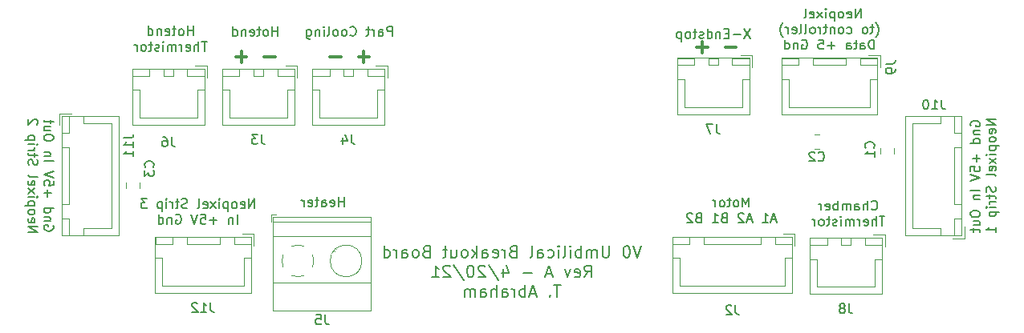
<source format=gbr>
%TF.GenerationSoftware,KiCad,Pcbnew,(5.1.9)-1*%
%TF.CreationDate,2021-04-21T16:23:38-04:00*%
%TF.ProjectId,V0-UmbilicalBoard,56302d55-6d62-4696-9c69-63616c426f61,rev?*%
%TF.SameCoordinates,Original*%
%TF.FileFunction,Legend,Bot*%
%TF.FilePolarity,Positive*%
%FSLAX46Y46*%
G04 Gerber Fmt 4.6, Leading zero omitted, Abs format (unit mm)*
G04 Created by KiCad (PCBNEW (5.1.9)-1) date 2021-04-21 16:23:38*
%MOMM*%
%LPD*%
G01*
G04 APERTURE LIST*
%ADD10C,0.150000*%
%ADD11C,0.200000*%
%ADD12C,0.300000*%
%ADD13C,0.120000*%
G04 APERTURE END LIST*
D10*
X72832380Y-103437380D02*
X72832380Y-102437380D01*
X72260952Y-103437380D01*
X72260952Y-102437380D01*
X71403809Y-103389761D02*
X71499047Y-103437380D01*
X71689523Y-103437380D01*
X71784761Y-103389761D01*
X71832380Y-103294523D01*
X71832380Y-102913571D01*
X71784761Y-102818333D01*
X71689523Y-102770714D01*
X71499047Y-102770714D01*
X71403809Y-102818333D01*
X71356190Y-102913571D01*
X71356190Y-103008809D01*
X71832380Y-103104047D01*
X70784761Y-103437380D02*
X70880000Y-103389761D01*
X70927619Y-103342142D01*
X70975238Y-103246904D01*
X70975238Y-102961190D01*
X70927619Y-102865952D01*
X70880000Y-102818333D01*
X70784761Y-102770714D01*
X70641904Y-102770714D01*
X70546666Y-102818333D01*
X70499047Y-102865952D01*
X70451428Y-102961190D01*
X70451428Y-103246904D01*
X70499047Y-103342142D01*
X70546666Y-103389761D01*
X70641904Y-103437380D01*
X70784761Y-103437380D01*
X70022857Y-102770714D02*
X70022857Y-103770714D01*
X70022857Y-102818333D02*
X69927619Y-102770714D01*
X69737142Y-102770714D01*
X69641904Y-102818333D01*
X69594285Y-102865952D01*
X69546666Y-102961190D01*
X69546666Y-103246904D01*
X69594285Y-103342142D01*
X69641904Y-103389761D01*
X69737142Y-103437380D01*
X69927619Y-103437380D01*
X70022857Y-103389761D01*
X69118095Y-103437380D02*
X69118095Y-102770714D01*
X69118095Y-102437380D02*
X69165714Y-102485000D01*
X69118095Y-102532619D01*
X69070476Y-102485000D01*
X69118095Y-102437380D01*
X69118095Y-102532619D01*
X68737142Y-103437380D02*
X68213333Y-102770714D01*
X68737142Y-102770714D02*
X68213333Y-103437380D01*
X67451428Y-103389761D02*
X67546666Y-103437380D01*
X67737142Y-103437380D01*
X67832380Y-103389761D01*
X67880000Y-103294523D01*
X67880000Y-102913571D01*
X67832380Y-102818333D01*
X67737142Y-102770714D01*
X67546666Y-102770714D01*
X67451428Y-102818333D01*
X67403809Y-102913571D01*
X67403809Y-103008809D01*
X67880000Y-103104047D01*
X66832380Y-103437380D02*
X66927619Y-103389761D01*
X66975238Y-103294523D01*
X66975238Y-102437380D01*
X65737142Y-103389761D02*
X65594285Y-103437380D01*
X65356190Y-103437380D01*
X65260952Y-103389761D01*
X65213333Y-103342142D01*
X65165714Y-103246904D01*
X65165714Y-103151666D01*
X65213333Y-103056428D01*
X65260952Y-103008809D01*
X65356190Y-102961190D01*
X65546666Y-102913571D01*
X65641904Y-102865952D01*
X65689523Y-102818333D01*
X65737142Y-102723095D01*
X65737142Y-102627857D01*
X65689523Y-102532619D01*
X65641904Y-102485000D01*
X65546666Y-102437380D01*
X65308571Y-102437380D01*
X65165714Y-102485000D01*
X64880000Y-102770714D02*
X64499047Y-102770714D01*
X64737142Y-102437380D02*
X64737142Y-103294523D01*
X64689523Y-103389761D01*
X64594285Y-103437380D01*
X64499047Y-103437380D01*
X64165714Y-103437380D02*
X64165714Y-102770714D01*
X64165714Y-102961190D02*
X64118095Y-102865952D01*
X64070476Y-102818333D01*
X63975238Y-102770714D01*
X63880000Y-102770714D01*
X63546666Y-103437380D02*
X63546666Y-102770714D01*
X63546666Y-102437380D02*
X63594285Y-102485000D01*
X63546666Y-102532619D01*
X63499047Y-102485000D01*
X63546666Y-102437380D01*
X63546666Y-102532619D01*
X63070476Y-102770714D02*
X63070476Y-103770714D01*
X63070476Y-102818333D02*
X62975238Y-102770714D01*
X62784761Y-102770714D01*
X62689523Y-102818333D01*
X62641904Y-102865952D01*
X62594285Y-102961190D01*
X62594285Y-103246904D01*
X62641904Y-103342142D01*
X62689523Y-103389761D01*
X62784761Y-103437380D01*
X62975238Y-103437380D01*
X63070476Y-103389761D01*
X61499047Y-102437380D02*
X60880000Y-102437380D01*
X61213333Y-102818333D01*
X61070476Y-102818333D01*
X60975238Y-102865952D01*
X60927619Y-102913571D01*
X60880000Y-103008809D01*
X60880000Y-103246904D01*
X60927619Y-103342142D01*
X60975238Y-103389761D01*
X61070476Y-103437380D01*
X61356190Y-103437380D01*
X61451428Y-103389761D01*
X61499047Y-103342142D01*
X71022857Y-105087380D02*
X71022857Y-104087380D01*
X70546666Y-104420714D02*
X70546666Y-105087380D01*
X70546666Y-104515952D02*
X70499047Y-104468333D01*
X70403809Y-104420714D01*
X70260952Y-104420714D01*
X70165714Y-104468333D01*
X70118095Y-104563571D01*
X70118095Y-105087380D01*
X68880000Y-104706428D02*
X68118095Y-104706428D01*
X68499047Y-105087380D02*
X68499047Y-104325476D01*
X67165714Y-104087380D02*
X67641904Y-104087380D01*
X67689523Y-104563571D01*
X67641904Y-104515952D01*
X67546666Y-104468333D01*
X67308571Y-104468333D01*
X67213333Y-104515952D01*
X67165714Y-104563571D01*
X67118095Y-104658809D01*
X67118095Y-104896904D01*
X67165714Y-104992142D01*
X67213333Y-105039761D01*
X67308571Y-105087380D01*
X67546666Y-105087380D01*
X67641904Y-105039761D01*
X67689523Y-104992142D01*
X66832380Y-104087380D02*
X66499047Y-105087380D01*
X66165714Y-104087380D01*
X64546666Y-104135000D02*
X64641904Y-104087380D01*
X64784761Y-104087380D01*
X64927619Y-104135000D01*
X65022857Y-104230238D01*
X65070476Y-104325476D01*
X65118095Y-104515952D01*
X65118095Y-104658809D01*
X65070476Y-104849285D01*
X65022857Y-104944523D01*
X64927619Y-105039761D01*
X64784761Y-105087380D01*
X64689523Y-105087380D01*
X64546666Y-105039761D01*
X64499047Y-104992142D01*
X64499047Y-104658809D01*
X64689523Y-104658809D01*
X64070476Y-104420714D02*
X64070476Y-105087380D01*
X64070476Y-104515952D02*
X64022857Y-104468333D01*
X63927619Y-104420714D01*
X63784761Y-104420714D01*
X63689523Y-104468333D01*
X63641904Y-104563571D01*
X63641904Y-105087380D01*
X62737142Y-105087380D02*
X62737142Y-104087380D01*
X62737142Y-105039761D02*
X62832380Y-105087380D01*
X63022857Y-105087380D01*
X63118095Y-105039761D01*
X63165714Y-104992142D01*
X63213333Y-104896904D01*
X63213333Y-104611190D01*
X63165714Y-104515952D01*
X63118095Y-104468333D01*
X63022857Y-104420714D01*
X62832380Y-104420714D01*
X62737142Y-104468333D01*
X124993333Y-103277380D02*
X124993333Y-102277380D01*
X124660000Y-102991666D01*
X124326666Y-102277380D01*
X124326666Y-103277380D01*
X123707619Y-103277380D02*
X123802857Y-103229761D01*
X123850476Y-103182142D01*
X123898095Y-103086904D01*
X123898095Y-102801190D01*
X123850476Y-102705952D01*
X123802857Y-102658333D01*
X123707619Y-102610714D01*
X123564761Y-102610714D01*
X123469523Y-102658333D01*
X123421904Y-102705952D01*
X123374285Y-102801190D01*
X123374285Y-103086904D01*
X123421904Y-103182142D01*
X123469523Y-103229761D01*
X123564761Y-103277380D01*
X123707619Y-103277380D01*
X123088571Y-102610714D02*
X122707619Y-102610714D01*
X122945714Y-102277380D02*
X122945714Y-103134523D01*
X122898095Y-103229761D01*
X122802857Y-103277380D01*
X122707619Y-103277380D01*
X122231428Y-103277380D02*
X122326666Y-103229761D01*
X122374285Y-103182142D01*
X122421904Y-103086904D01*
X122421904Y-102801190D01*
X122374285Y-102705952D01*
X122326666Y-102658333D01*
X122231428Y-102610714D01*
X122088571Y-102610714D01*
X121993333Y-102658333D01*
X121945714Y-102705952D01*
X121898095Y-102801190D01*
X121898095Y-103086904D01*
X121945714Y-103182142D01*
X121993333Y-103229761D01*
X122088571Y-103277380D01*
X122231428Y-103277380D01*
X121469523Y-103277380D02*
X121469523Y-102610714D01*
X121469523Y-102801190D02*
X121421904Y-102705952D01*
X121374285Y-102658333D01*
X121279047Y-102610714D01*
X121183809Y-102610714D01*
X127874285Y-104641666D02*
X127398095Y-104641666D01*
X127969523Y-104927380D02*
X127636190Y-103927380D01*
X127302857Y-104927380D01*
X126445714Y-104927380D02*
X127017142Y-104927380D01*
X126731428Y-104927380D02*
X126731428Y-103927380D01*
X126826666Y-104070238D01*
X126921904Y-104165476D01*
X127017142Y-104213095D01*
X125302857Y-104641666D02*
X124826666Y-104641666D01*
X125398095Y-104927380D02*
X125064761Y-103927380D01*
X124731428Y-104927380D01*
X124445714Y-104022619D02*
X124398095Y-103975000D01*
X124302857Y-103927380D01*
X124064761Y-103927380D01*
X123969523Y-103975000D01*
X123921904Y-104022619D01*
X123874285Y-104117857D01*
X123874285Y-104213095D01*
X123921904Y-104355952D01*
X124493333Y-104927380D01*
X123874285Y-104927380D01*
X122350476Y-104403571D02*
X122207619Y-104451190D01*
X122160000Y-104498809D01*
X122112380Y-104594047D01*
X122112380Y-104736904D01*
X122160000Y-104832142D01*
X122207619Y-104879761D01*
X122302857Y-104927380D01*
X122683809Y-104927380D01*
X122683809Y-103927380D01*
X122350476Y-103927380D01*
X122255238Y-103975000D01*
X122207619Y-104022619D01*
X122160000Y-104117857D01*
X122160000Y-104213095D01*
X122207619Y-104308333D01*
X122255238Y-104355952D01*
X122350476Y-104403571D01*
X122683809Y-104403571D01*
X121160000Y-104927380D02*
X121731428Y-104927380D01*
X121445714Y-104927380D02*
X121445714Y-103927380D01*
X121540952Y-104070238D01*
X121636190Y-104165476D01*
X121731428Y-104213095D01*
X119636190Y-104403571D02*
X119493333Y-104451190D01*
X119445714Y-104498809D01*
X119398095Y-104594047D01*
X119398095Y-104736904D01*
X119445714Y-104832142D01*
X119493333Y-104879761D01*
X119588571Y-104927380D01*
X119969523Y-104927380D01*
X119969523Y-103927380D01*
X119636190Y-103927380D01*
X119540952Y-103975000D01*
X119493333Y-104022619D01*
X119445714Y-104117857D01*
X119445714Y-104213095D01*
X119493333Y-104308333D01*
X119540952Y-104355952D01*
X119636190Y-104403571D01*
X119969523Y-104403571D01*
X119017142Y-104022619D02*
X118969523Y-103975000D01*
X118874285Y-103927380D01*
X118636190Y-103927380D01*
X118540952Y-103975000D01*
X118493333Y-104022619D01*
X118445714Y-104117857D01*
X118445714Y-104213095D01*
X118493333Y-104355952D01*
X119064761Y-104927380D01*
X118445714Y-104927380D01*
X148425000Y-94738095D02*
X148377380Y-94642857D01*
X148377380Y-94500000D01*
X148425000Y-94357142D01*
X148520238Y-94261904D01*
X148615476Y-94214285D01*
X148805952Y-94166666D01*
X148948809Y-94166666D01*
X149139285Y-94214285D01*
X149234523Y-94261904D01*
X149329761Y-94357142D01*
X149377380Y-94500000D01*
X149377380Y-94595238D01*
X149329761Y-94738095D01*
X149282142Y-94785714D01*
X148948809Y-94785714D01*
X148948809Y-94595238D01*
X148710714Y-95214285D02*
X149377380Y-95214285D01*
X148805952Y-95214285D02*
X148758333Y-95261904D01*
X148710714Y-95357142D01*
X148710714Y-95500000D01*
X148758333Y-95595238D01*
X148853571Y-95642857D01*
X149377380Y-95642857D01*
X149377380Y-96547619D02*
X148377380Y-96547619D01*
X149329761Y-96547619D02*
X149377380Y-96452380D01*
X149377380Y-96261904D01*
X149329761Y-96166666D01*
X149282142Y-96119047D01*
X149186904Y-96071428D01*
X148901190Y-96071428D01*
X148805952Y-96119047D01*
X148758333Y-96166666D01*
X148710714Y-96261904D01*
X148710714Y-96452380D01*
X148758333Y-96547619D01*
X148996428Y-97785714D02*
X148996428Y-98547619D01*
X149377380Y-98166666D02*
X148615476Y-98166666D01*
X148377380Y-99500000D02*
X148377380Y-99023809D01*
X148853571Y-98976190D01*
X148805952Y-99023809D01*
X148758333Y-99119047D01*
X148758333Y-99357142D01*
X148805952Y-99452380D01*
X148853571Y-99500000D01*
X148948809Y-99547619D01*
X149186904Y-99547619D01*
X149282142Y-99500000D01*
X149329761Y-99452380D01*
X149377380Y-99357142D01*
X149377380Y-99119047D01*
X149329761Y-99023809D01*
X149282142Y-98976190D01*
X148377380Y-99833333D02*
X149377380Y-100166666D01*
X148377380Y-100500000D01*
X149377380Y-101595238D02*
X148377380Y-101595238D01*
X148710714Y-102071428D02*
X149377380Y-102071428D01*
X148805952Y-102071428D02*
X148758333Y-102119047D01*
X148710714Y-102214285D01*
X148710714Y-102357142D01*
X148758333Y-102452380D01*
X148853571Y-102500000D01*
X149377380Y-102500000D01*
X148377380Y-103928571D02*
X148377380Y-104119047D01*
X148425000Y-104214285D01*
X148520238Y-104309523D01*
X148710714Y-104357142D01*
X149044047Y-104357142D01*
X149234523Y-104309523D01*
X149329761Y-104214285D01*
X149377380Y-104119047D01*
X149377380Y-103928571D01*
X149329761Y-103833333D01*
X149234523Y-103738095D01*
X149044047Y-103690476D01*
X148710714Y-103690476D01*
X148520238Y-103738095D01*
X148425000Y-103833333D01*
X148377380Y-103928571D01*
X148710714Y-105214285D02*
X149377380Y-105214285D01*
X148710714Y-104785714D02*
X149234523Y-104785714D01*
X149329761Y-104833333D01*
X149377380Y-104928571D01*
X149377380Y-105071428D01*
X149329761Y-105166666D01*
X149282142Y-105214285D01*
X148710714Y-105547619D02*
X148710714Y-105928571D01*
X148377380Y-105690476D02*
X149234523Y-105690476D01*
X149329761Y-105738095D01*
X149377380Y-105833333D01*
X149377380Y-105928571D01*
X151027380Y-94047619D02*
X150027380Y-94047619D01*
X151027380Y-94619047D01*
X150027380Y-94619047D01*
X150979761Y-95476190D02*
X151027380Y-95380952D01*
X151027380Y-95190476D01*
X150979761Y-95095238D01*
X150884523Y-95047619D01*
X150503571Y-95047619D01*
X150408333Y-95095238D01*
X150360714Y-95190476D01*
X150360714Y-95380952D01*
X150408333Y-95476190D01*
X150503571Y-95523809D01*
X150598809Y-95523809D01*
X150694047Y-95047619D01*
X151027380Y-96095238D02*
X150979761Y-96000000D01*
X150932142Y-95952380D01*
X150836904Y-95904761D01*
X150551190Y-95904761D01*
X150455952Y-95952380D01*
X150408333Y-96000000D01*
X150360714Y-96095238D01*
X150360714Y-96238095D01*
X150408333Y-96333333D01*
X150455952Y-96380952D01*
X150551190Y-96428571D01*
X150836904Y-96428571D01*
X150932142Y-96380952D01*
X150979761Y-96333333D01*
X151027380Y-96238095D01*
X151027380Y-96095238D01*
X150360714Y-96857142D02*
X151360714Y-96857142D01*
X150408333Y-96857142D02*
X150360714Y-96952380D01*
X150360714Y-97142857D01*
X150408333Y-97238095D01*
X150455952Y-97285714D01*
X150551190Y-97333333D01*
X150836904Y-97333333D01*
X150932142Y-97285714D01*
X150979761Y-97238095D01*
X151027380Y-97142857D01*
X151027380Y-96952380D01*
X150979761Y-96857142D01*
X151027380Y-97761904D02*
X150360714Y-97761904D01*
X150027380Y-97761904D02*
X150075000Y-97714285D01*
X150122619Y-97761904D01*
X150075000Y-97809523D01*
X150027380Y-97761904D01*
X150122619Y-97761904D01*
X151027380Y-98142857D02*
X150360714Y-98666666D01*
X150360714Y-98142857D02*
X151027380Y-98666666D01*
X150979761Y-99428571D02*
X151027380Y-99333333D01*
X151027380Y-99142857D01*
X150979761Y-99047619D01*
X150884523Y-99000000D01*
X150503571Y-99000000D01*
X150408333Y-99047619D01*
X150360714Y-99142857D01*
X150360714Y-99333333D01*
X150408333Y-99428571D01*
X150503571Y-99476190D01*
X150598809Y-99476190D01*
X150694047Y-99000000D01*
X151027380Y-100047619D02*
X150979761Y-99952380D01*
X150884523Y-99904761D01*
X150027380Y-99904761D01*
X150979761Y-101142857D02*
X151027380Y-101285714D01*
X151027380Y-101523809D01*
X150979761Y-101619047D01*
X150932142Y-101666666D01*
X150836904Y-101714285D01*
X150741666Y-101714285D01*
X150646428Y-101666666D01*
X150598809Y-101619047D01*
X150551190Y-101523809D01*
X150503571Y-101333333D01*
X150455952Y-101238095D01*
X150408333Y-101190476D01*
X150313095Y-101142857D01*
X150217857Y-101142857D01*
X150122619Y-101190476D01*
X150075000Y-101238095D01*
X150027380Y-101333333D01*
X150027380Y-101571428D01*
X150075000Y-101714285D01*
X150360714Y-102000000D02*
X150360714Y-102380952D01*
X150027380Y-102142857D02*
X150884523Y-102142857D01*
X150979761Y-102190476D01*
X151027380Y-102285714D01*
X151027380Y-102380952D01*
X151027380Y-102714285D02*
X150360714Y-102714285D01*
X150551190Y-102714285D02*
X150455952Y-102761904D01*
X150408333Y-102809523D01*
X150360714Y-102904761D01*
X150360714Y-103000000D01*
X151027380Y-103333333D02*
X150360714Y-103333333D01*
X150027380Y-103333333D02*
X150075000Y-103285714D01*
X150122619Y-103333333D01*
X150075000Y-103380952D01*
X150027380Y-103333333D01*
X150122619Y-103333333D01*
X150360714Y-103809523D02*
X151360714Y-103809523D01*
X150408333Y-103809523D02*
X150360714Y-103904761D01*
X150360714Y-104095238D01*
X150408333Y-104190476D01*
X150455952Y-104238095D01*
X150551190Y-104285714D01*
X150836904Y-104285714D01*
X150932142Y-104238095D01*
X150979761Y-104190476D01*
X151027380Y-104095238D01*
X151027380Y-103904761D01*
X150979761Y-103809523D01*
X151027380Y-106000000D02*
X151027380Y-105428571D01*
X151027380Y-105714285D02*
X150027380Y-105714285D01*
X150170238Y-105619047D01*
X150265476Y-105523809D01*
X150313095Y-105428571D01*
X51575000Y-105261904D02*
X51622619Y-105357142D01*
X51622619Y-105500000D01*
X51575000Y-105642857D01*
X51479761Y-105738095D01*
X51384523Y-105785714D01*
X51194047Y-105833333D01*
X51051190Y-105833333D01*
X50860714Y-105785714D01*
X50765476Y-105738095D01*
X50670238Y-105642857D01*
X50622619Y-105500000D01*
X50622619Y-105404761D01*
X50670238Y-105261904D01*
X50717857Y-105214285D01*
X51051190Y-105214285D01*
X51051190Y-105404761D01*
X51289285Y-104785714D02*
X50622619Y-104785714D01*
X51194047Y-104785714D02*
X51241666Y-104738095D01*
X51289285Y-104642857D01*
X51289285Y-104500000D01*
X51241666Y-104404761D01*
X51146428Y-104357142D01*
X50622619Y-104357142D01*
X50622619Y-103452380D02*
X51622619Y-103452380D01*
X50670238Y-103452380D02*
X50622619Y-103547619D01*
X50622619Y-103738095D01*
X50670238Y-103833333D01*
X50717857Y-103880952D01*
X50813095Y-103928571D01*
X51098809Y-103928571D01*
X51194047Y-103880952D01*
X51241666Y-103833333D01*
X51289285Y-103738095D01*
X51289285Y-103547619D01*
X51241666Y-103452380D01*
X51003571Y-102214285D02*
X51003571Y-101452380D01*
X50622619Y-101833333D02*
X51384523Y-101833333D01*
X51622619Y-100500000D02*
X51622619Y-100976190D01*
X51146428Y-101023809D01*
X51194047Y-100976190D01*
X51241666Y-100880952D01*
X51241666Y-100642857D01*
X51194047Y-100547619D01*
X51146428Y-100500000D01*
X51051190Y-100452380D01*
X50813095Y-100452380D01*
X50717857Y-100500000D01*
X50670238Y-100547619D01*
X50622619Y-100642857D01*
X50622619Y-100880952D01*
X50670238Y-100976190D01*
X50717857Y-101023809D01*
X51622619Y-100166666D02*
X50622619Y-99833333D01*
X51622619Y-99500000D01*
X50622619Y-98404761D02*
X51622619Y-98404761D01*
X51289285Y-97928571D02*
X50622619Y-97928571D01*
X51194047Y-97928571D02*
X51241666Y-97880952D01*
X51289285Y-97785714D01*
X51289285Y-97642857D01*
X51241666Y-97547619D01*
X51146428Y-97500000D01*
X50622619Y-97500000D01*
X51622619Y-96071428D02*
X51622619Y-95880952D01*
X51575000Y-95785714D01*
X51479761Y-95690476D01*
X51289285Y-95642857D01*
X50955952Y-95642857D01*
X50765476Y-95690476D01*
X50670238Y-95785714D01*
X50622619Y-95880952D01*
X50622619Y-96071428D01*
X50670238Y-96166666D01*
X50765476Y-96261904D01*
X50955952Y-96309523D01*
X51289285Y-96309523D01*
X51479761Y-96261904D01*
X51575000Y-96166666D01*
X51622619Y-96071428D01*
X51289285Y-94785714D02*
X50622619Y-94785714D01*
X51289285Y-95214285D02*
X50765476Y-95214285D01*
X50670238Y-95166666D01*
X50622619Y-95071428D01*
X50622619Y-94928571D01*
X50670238Y-94833333D01*
X50717857Y-94785714D01*
X51289285Y-94452380D02*
X51289285Y-94071428D01*
X51622619Y-94309523D02*
X50765476Y-94309523D01*
X50670238Y-94261904D01*
X50622619Y-94166666D01*
X50622619Y-94071428D01*
X48972619Y-105952380D02*
X49972619Y-105952380D01*
X48972619Y-105380952D01*
X49972619Y-105380952D01*
X49020238Y-104523809D02*
X48972619Y-104619047D01*
X48972619Y-104809523D01*
X49020238Y-104904761D01*
X49115476Y-104952380D01*
X49496428Y-104952380D01*
X49591666Y-104904761D01*
X49639285Y-104809523D01*
X49639285Y-104619047D01*
X49591666Y-104523809D01*
X49496428Y-104476190D01*
X49401190Y-104476190D01*
X49305952Y-104952380D01*
X48972619Y-103904761D02*
X49020238Y-104000000D01*
X49067857Y-104047619D01*
X49163095Y-104095238D01*
X49448809Y-104095238D01*
X49544047Y-104047619D01*
X49591666Y-104000000D01*
X49639285Y-103904761D01*
X49639285Y-103761904D01*
X49591666Y-103666666D01*
X49544047Y-103619047D01*
X49448809Y-103571428D01*
X49163095Y-103571428D01*
X49067857Y-103619047D01*
X49020238Y-103666666D01*
X48972619Y-103761904D01*
X48972619Y-103904761D01*
X49639285Y-103142857D02*
X48639285Y-103142857D01*
X49591666Y-103142857D02*
X49639285Y-103047619D01*
X49639285Y-102857142D01*
X49591666Y-102761904D01*
X49544047Y-102714285D01*
X49448809Y-102666666D01*
X49163095Y-102666666D01*
X49067857Y-102714285D01*
X49020238Y-102761904D01*
X48972619Y-102857142D01*
X48972619Y-103047619D01*
X49020238Y-103142857D01*
X48972619Y-102238095D02*
X49639285Y-102238095D01*
X49972619Y-102238095D02*
X49925000Y-102285714D01*
X49877380Y-102238095D01*
X49925000Y-102190476D01*
X49972619Y-102238095D01*
X49877380Y-102238095D01*
X48972619Y-101857142D02*
X49639285Y-101333333D01*
X49639285Y-101857142D02*
X48972619Y-101333333D01*
X49020238Y-100571428D02*
X48972619Y-100666666D01*
X48972619Y-100857142D01*
X49020238Y-100952380D01*
X49115476Y-101000000D01*
X49496428Y-101000000D01*
X49591666Y-100952380D01*
X49639285Y-100857142D01*
X49639285Y-100666666D01*
X49591666Y-100571428D01*
X49496428Y-100523809D01*
X49401190Y-100523809D01*
X49305952Y-101000000D01*
X48972619Y-99952380D02*
X49020238Y-100047619D01*
X49115476Y-100095238D01*
X49972619Y-100095238D01*
X49020238Y-98857142D02*
X48972619Y-98714285D01*
X48972619Y-98476190D01*
X49020238Y-98380952D01*
X49067857Y-98333333D01*
X49163095Y-98285714D01*
X49258333Y-98285714D01*
X49353571Y-98333333D01*
X49401190Y-98380952D01*
X49448809Y-98476190D01*
X49496428Y-98666666D01*
X49544047Y-98761904D01*
X49591666Y-98809523D01*
X49686904Y-98857142D01*
X49782142Y-98857142D01*
X49877380Y-98809523D01*
X49925000Y-98761904D01*
X49972619Y-98666666D01*
X49972619Y-98428571D01*
X49925000Y-98285714D01*
X49639285Y-98000000D02*
X49639285Y-97619047D01*
X49972619Y-97857142D02*
X49115476Y-97857142D01*
X49020238Y-97809523D01*
X48972619Y-97714285D01*
X48972619Y-97619047D01*
X48972619Y-97285714D02*
X49639285Y-97285714D01*
X49448809Y-97285714D02*
X49544047Y-97238095D01*
X49591666Y-97190476D01*
X49639285Y-97095238D01*
X49639285Y-97000000D01*
X48972619Y-96666666D02*
X49639285Y-96666666D01*
X49972619Y-96666666D02*
X49925000Y-96714285D01*
X49877380Y-96666666D01*
X49925000Y-96619047D01*
X49972619Y-96666666D01*
X49877380Y-96666666D01*
X49639285Y-96190476D02*
X48639285Y-96190476D01*
X49591666Y-96190476D02*
X49639285Y-96095238D01*
X49639285Y-95904761D01*
X49591666Y-95809523D01*
X49544047Y-95761904D01*
X49448809Y-95714285D01*
X49163095Y-95714285D01*
X49067857Y-95761904D01*
X49020238Y-95809523D01*
X48972619Y-95904761D01*
X48972619Y-96095238D01*
X49020238Y-96190476D01*
X49877380Y-94571428D02*
X49925000Y-94523809D01*
X49972619Y-94428571D01*
X49972619Y-94190476D01*
X49925000Y-94095238D01*
X49877380Y-94047619D01*
X49782142Y-94000000D01*
X49686904Y-94000000D01*
X49544047Y-94047619D01*
X48972619Y-94619047D01*
X48972619Y-94000000D01*
X136833333Y-83302380D02*
X136833333Y-82302380D01*
X136261904Y-83302380D01*
X136261904Y-82302380D01*
X135404761Y-83254761D02*
X135500000Y-83302380D01*
X135690476Y-83302380D01*
X135785714Y-83254761D01*
X135833333Y-83159523D01*
X135833333Y-82778571D01*
X135785714Y-82683333D01*
X135690476Y-82635714D01*
X135500000Y-82635714D01*
X135404761Y-82683333D01*
X135357142Y-82778571D01*
X135357142Y-82873809D01*
X135833333Y-82969047D01*
X134785714Y-83302380D02*
X134880952Y-83254761D01*
X134928571Y-83207142D01*
X134976190Y-83111904D01*
X134976190Y-82826190D01*
X134928571Y-82730952D01*
X134880952Y-82683333D01*
X134785714Y-82635714D01*
X134642857Y-82635714D01*
X134547619Y-82683333D01*
X134500000Y-82730952D01*
X134452380Y-82826190D01*
X134452380Y-83111904D01*
X134500000Y-83207142D01*
X134547619Y-83254761D01*
X134642857Y-83302380D01*
X134785714Y-83302380D01*
X134023809Y-82635714D02*
X134023809Y-83635714D01*
X134023809Y-82683333D02*
X133928571Y-82635714D01*
X133738095Y-82635714D01*
X133642857Y-82683333D01*
X133595238Y-82730952D01*
X133547619Y-82826190D01*
X133547619Y-83111904D01*
X133595238Y-83207142D01*
X133642857Y-83254761D01*
X133738095Y-83302380D01*
X133928571Y-83302380D01*
X134023809Y-83254761D01*
X133119047Y-83302380D02*
X133119047Y-82635714D01*
X133119047Y-82302380D02*
X133166666Y-82350000D01*
X133119047Y-82397619D01*
X133071428Y-82350000D01*
X133119047Y-82302380D01*
X133119047Y-82397619D01*
X132738095Y-83302380D02*
X132214285Y-82635714D01*
X132738095Y-82635714D02*
X132214285Y-83302380D01*
X131452380Y-83254761D02*
X131547619Y-83302380D01*
X131738095Y-83302380D01*
X131833333Y-83254761D01*
X131880952Y-83159523D01*
X131880952Y-82778571D01*
X131833333Y-82683333D01*
X131738095Y-82635714D01*
X131547619Y-82635714D01*
X131452380Y-82683333D01*
X131404761Y-82778571D01*
X131404761Y-82873809D01*
X131880952Y-82969047D01*
X130833333Y-83302380D02*
X130928571Y-83254761D01*
X130976190Y-83159523D01*
X130976190Y-82302380D01*
X138404761Y-85333333D02*
X138452380Y-85285714D01*
X138547619Y-85142857D01*
X138595238Y-85047619D01*
X138642857Y-84904761D01*
X138690476Y-84666666D01*
X138690476Y-84476190D01*
X138642857Y-84238095D01*
X138595238Y-84095238D01*
X138547619Y-84000000D01*
X138452380Y-83857142D01*
X138404761Y-83809523D01*
X138166666Y-84285714D02*
X137785714Y-84285714D01*
X138023809Y-83952380D02*
X138023809Y-84809523D01*
X137976190Y-84904761D01*
X137880952Y-84952380D01*
X137785714Y-84952380D01*
X137309523Y-84952380D02*
X137404761Y-84904761D01*
X137452380Y-84857142D01*
X137500000Y-84761904D01*
X137500000Y-84476190D01*
X137452380Y-84380952D01*
X137404761Y-84333333D01*
X137309523Y-84285714D01*
X137166666Y-84285714D01*
X137071428Y-84333333D01*
X137023809Y-84380952D01*
X136976190Y-84476190D01*
X136976190Y-84761904D01*
X137023809Y-84857142D01*
X137071428Y-84904761D01*
X137166666Y-84952380D01*
X137309523Y-84952380D01*
X135357142Y-84904761D02*
X135452380Y-84952380D01*
X135642857Y-84952380D01*
X135738095Y-84904761D01*
X135785714Y-84857142D01*
X135833333Y-84761904D01*
X135833333Y-84476190D01*
X135785714Y-84380952D01*
X135738095Y-84333333D01*
X135642857Y-84285714D01*
X135452380Y-84285714D01*
X135357142Y-84333333D01*
X134785714Y-84952380D02*
X134880952Y-84904761D01*
X134928571Y-84857142D01*
X134976190Y-84761904D01*
X134976190Y-84476190D01*
X134928571Y-84380952D01*
X134880952Y-84333333D01*
X134785714Y-84285714D01*
X134642857Y-84285714D01*
X134547619Y-84333333D01*
X134500000Y-84380952D01*
X134452380Y-84476190D01*
X134452380Y-84761904D01*
X134500000Y-84857142D01*
X134547619Y-84904761D01*
X134642857Y-84952380D01*
X134785714Y-84952380D01*
X134023809Y-84285714D02*
X134023809Y-84952380D01*
X134023809Y-84380952D02*
X133976190Y-84333333D01*
X133880952Y-84285714D01*
X133738095Y-84285714D01*
X133642857Y-84333333D01*
X133595238Y-84428571D01*
X133595238Y-84952380D01*
X133261904Y-84285714D02*
X132880952Y-84285714D01*
X133119047Y-83952380D02*
X133119047Y-84809523D01*
X133071428Y-84904761D01*
X132976190Y-84952380D01*
X132880952Y-84952380D01*
X132547619Y-84952380D02*
X132547619Y-84285714D01*
X132547619Y-84476190D02*
X132500000Y-84380952D01*
X132452380Y-84333333D01*
X132357142Y-84285714D01*
X132261904Y-84285714D01*
X131785714Y-84952380D02*
X131880952Y-84904761D01*
X131928571Y-84857142D01*
X131976190Y-84761904D01*
X131976190Y-84476190D01*
X131928571Y-84380952D01*
X131880952Y-84333333D01*
X131785714Y-84285714D01*
X131642857Y-84285714D01*
X131547619Y-84333333D01*
X131500000Y-84380952D01*
X131452380Y-84476190D01*
X131452380Y-84761904D01*
X131500000Y-84857142D01*
X131547619Y-84904761D01*
X131642857Y-84952380D01*
X131785714Y-84952380D01*
X130880952Y-84952380D02*
X130976190Y-84904761D01*
X131023809Y-84809523D01*
X131023809Y-83952380D01*
X130357142Y-84952380D02*
X130452380Y-84904761D01*
X130500000Y-84809523D01*
X130500000Y-83952380D01*
X129595238Y-84904761D02*
X129690476Y-84952380D01*
X129880952Y-84952380D01*
X129976190Y-84904761D01*
X130023809Y-84809523D01*
X130023809Y-84428571D01*
X129976190Y-84333333D01*
X129880952Y-84285714D01*
X129690476Y-84285714D01*
X129595238Y-84333333D01*
X129547619Y-84428571D01*
X129547619Y-84523809D01*
X130023809Y-84619047D01*
X129119047Y-84952380D02*
X129119047Y-84285714D01*
X129119047Y-84476190D02*
X129071428Y-84380952D01*
X129023809Y-84333333D01*
X128928571Y-84285714D01*
X128833333Y-84285714D01*
X128595238Y-85333333D02*
X128547619Y-85285714D01*
X128452380Y-85142857D01*
X128404761Y-85047619D01*
X128357142Y-84904761D01*
X128309523Y-84666666D01*
X128309523Y-84476190D01*
X128357142Y-84238095D01*
X128404761Y-84095238D01*
X128452380Y-84000000D01*
X128547619Y-83857142D01*
X128595238Y-83809523D01*
X138214285Y-86602380D02*
X138214285Y-85602380D01*
X137976190Y-85602380D01*
X137833333Y-85650000D01*
X137738095Y-85745238D01*
X137690476Y-85840476D01*
X137642857Y-86030952D01*
X137642857Y-86173809D01*
X137690476Y-86364285D01*
X137738095Y-86459523D01*
X137833333Y-86554761D01*
X137976190Y-86602380D01*
X138214285Y-86602380D01*
X136785714Y-86602380D02*
X136785714Y-86078571D01*
X136833333Y-85983333D01*
X136928571Y-85935714D01*
X137119047Y-85935714D01*
X137214285Y-85983333D01*
X136785714Y-86554761D02*
X136880952Y-86602380D01*
X137119047Y-86602380D01*
X137214285Y-86554761D01*
X137261904Y-86459523D01*
X137261904Y-86364285D01*
X137214285Y-86269047D01*
X137119047Y-86221428D01*
X136880952Y-86221428D01*
X136785714Y-86173809D01*
X136452380Y-85935714D02*
X136071428Y-85935714D01*
X136309523Y-85602380D02*
X136309523Y-86459523D01*
X136261904Y-86554761D01*
X136166666Y-86602380D01*
X136071428Y-86602380D01*
X135309523Y-86602380D02*
X135309523Y-86078571D01*
X135357142Y-85983333D01*
X135452380Y-85935714D01*
X135642857Y-85935714D01*
X135738095Y-85983333D01*
X135309523Y-86554761D02*
X135404761Y-86602380D01*
X135642857Y-86602380D01*
X135738095Y-86554761D01*
X135785714Y-86459523D01*
X135785714Y-86364285D01*
X135738095Y-86269047D01*
X135642857Y-86221428D01*
X135404761Y-86221428D01*
X135309523Y-86173809D01*
X134071428Y-86221428D02*
X133309523Y-86221428D01*
X133690476Y-86602380D02*
X133690476Y-85840476D01*
X132357142Y-85602380D02*
X132833333Y-85602380D01*
X132880952Y-86078571D01*
X132833333Y-86030952D01*
X132738095Y-85983333D01*
X132500000Y-85983333D01*
X132404761Y-86030952D01*
X132357142Y-86078571D01*
X132309523Y-86173809D01*
X132309523Y-86411904D01*
X132357142Y-86507142D01*
X132404761Y-86554761D01*
X132500000Y-86602380D01*
X132738095Y-86602380D01*
X132833333Y-86554761D01*
X132880952Y-86507142D01*
X130595238Y-85650000D02*
X130690476Y-85602380D01*
X130833333Y-85602380D01*
X130976190Y-85650000D01*
X131071428Y-85745238D01*
X131119047Y-85840476D01*
X131166666Y-86030952D01*
X131166666Y-86173809D01*
X131119047Y-86364285D01*
X131071428Y-86459523D01*
X130976190Y-86554761D01*
X130833333Y-86602380D01*
X130738095Y-86602380D01*
X130595238Y-86554761D01*
X130547619Y-86507142D01*
X130547619Y-86173809D01*
X130738095Y-86173809D01*
X130119047Y-85935714D02*
X130119047Y-86602380D01*
X130119047Y-86030952D02*
X130071428Y-85983333D01*
X129976190Y-85935714D01*
X129833333Y-85935714D01*
X129738095Y-85983333D01*
X129690476Y-86078571D01*
X129690476Y-86602380D01*
X128785714Y-86602380D02*
X128785714Y-85602380D01*
X128785714Y-86554761D02*
X128880952Y-86602380D01*
X129071428Y-86602380D01*
X129166666Y-86554761D01*
X129214285Y-86507142D01*
X129261904Y-86411904D01*
X129261904Y-86126190D01*
X129214285Y-86030952D01*
X129166666Y-85983333D01*
X129071428Y-85935714D01*
X128880952Y-85935714D01*
X128785714Y-85983333D01*
D11*
X113660714Y-107400476D02*
X113244047Y-108650476D01*
X112827380Y-107400476D01*
X112172619Y-107400476D02*
X112053571Y-107400476D01*
X111934523Y-107460000D01*
X111875000Y-107519523D01*
X111815476Y-107638571D01*
X111755952Y-107876666D01*
X111755952Y-108174285D01*
X111815476Y-108412380D01*
X111875000Y-108531428D01*
X111934523Y-108590952D01*
X112053571Y-108650476D01*
X112172619Y-108650476D01*
X112291666Y-108590952D01*
X112351190Y-108531428D01*
X112410714Y-108412380D01*
X112470238Y-108174285D01*
X112470238Y-107876666D01*
X112410714Y-107638571D01*
X112351190Y-107519523D01*
X112291666Y-107460000D01*
X112172619Y-107400476D01*
X110267857Y-107400476D02*
X110267857Y-108412380D01*
X110208333Y-108531428D01*
X110148809Y-108590952D01*
X110029761Y-108650476D01*
X109791666Y-108650476D01*
X109672619Y-108590952D01*
X109613095Y-108531428D01*
X109553571Y-108412380D01*
X109553571Y-107400476D01*
X108958333Y-108650476D02*
X108958333Y-107817142D01*
X108958333Y-107936190D02*
X108898809Y-107876666D01*
X108779761Y-107817142D01*
X108601190Y-107817142D01*
X108482142Y-107876666D01*
X108422619Y-107995714D01*
X108422619Y-108650476D01*
X108422619Y-107995714D02*
X108363095Y-107876666D01*
X108244047Y-107817142D01*
X108065476Y-107817142D01*
X107946428Y-107876666D01*
X107886904Y-107995714D01*
X107886904Y-108650476D01*
X107291666Y-108650476D02*
X107291666Y-107400476D01*
X107291666Y-107876666D02*
X107172619Y-107817142D01*
X106934523Y-107817142D01*
X106815476Y-107876666D01*
X106755952Y-107936190D01*
X106696428Y-108055238D01*
X106696428Y-108412380D01*
X106755952Y-108531428D01*
X106815476Y-108590952D01*
X106934523Y-108650476D01*
X107172619Y-108650476D01*
X107291666Y-108590952D01*
X106160714Y-108650476D02*
X106160714Y-107817142D01*
X106160714Y-107400476D02*
X106220238Y-107460000D01*
X106160714Y-107519523D01*
X106101190Y-107460000D01*
X106160714Y-107400476D01*
X106160714Y-107519523D01*
X105386904Y-108650476D02*
X105505952Y-108590952D01*
X105565476Y-108471904D01*
X105565476Y-107400476D01*
X104910714Y-108650476D02*
X104910714Y-107817142D01*
X104910714Y-107400476D02*
X104970238Y-107460000D01*
X104910714Y-107519523D01*
X104851190Y-107460000D01*
X104910714Y-107400476D01*
X104910714Y-107519523D01*
X103779761Y-108590952D02*
X103898809Y-108650476D01*
X104136904Y-108650476D01*
X104255952Y-108590952D01*
X104315476Y-108531428D01*
X104375000Y-108412380D01*
X104375000Y-108055238D01*
X104315476Y-107936190D01*
X104255952Y-107876666D01*
X104136904Y-107817142D01*
X103898809Y-107817142D01*
X103779761Y-107876666D01*
X102708333Y-108650476D02*
X102708333Y-107995714D01*
X102767857Y-107876666D01*
X102886904Y-107817142D01*
X103125000Y-107817142D01*
X103244047Y-107876666D01*
X102708333Y-108590952D02*
X102827380Y-108650476D01*
X103125000Y-108650476D01*
X103244047Y-108590952D01*
X103303571Y-108471904D01*
X103303571Y-108352857D01*
X103244047Y-108233809D01*
X103125000Y-108174285D01*
X102827380Y-108174285D01*
X102708333Y-108114761D01*
X101934523Y-108650476D02*
X102053571Y-108590952D01*
X102113095Y-108471904D01*
X102113095Y-107400476D01*
X100089285Y-107995714D02*
X99910714Y-108055238D01*
X99851190Y-108114761D01*
X99791666Y-108233809D01*
X99791666Y-108412380D01*
X99851190Y-108531428D01*
X99910714Y-108590952D01*
X100029761Y-108650476D01*
X100505952Y-108650476D01*
X100505952Y-107400476D01*
X100089285Y-107400476D01*
X99970238Y-107460000D01*
X99910714Y-107519523D01*
X99851190Y-107638571D01*
X99851190Y-107757619D01*
X99910714Y-107876666D01*
X99970238Y-107936190D01*
X100089285Y-107995714D01*
X100505952Y-107995714D01*
X99255952Y-108650476D02*
X99255952Y-107817142D01*
X99255952Y-108055238D02*
X99196428Y-107936190D01*
X99136904Y-107876666D01*
X99017857Y-107817142D01*
X98898809Y-107817142D01*
X98005952Y-108590952D02*
X98125000Y-108650476D01*
X98363095Y-108650476D01*
X98482142Y-108590952D01*
X98541666Y-108471904D01*
X98541666Y-107995714D01*
X98482142Y-107876666D01*
X98363095Y-107817142D01*
X98125000Y-107817142D01*
X98005952Y-107876666D01*
X97946428Y-107995714D01*
X97946428Y-108114761D01*
X98541666Y-108233809D01*
X96875000Y-108650476D02*
X96875000Y-107995714D01*
X96934523Y-107876666D01*
X97053571Y-107817142D01*
X97291666Y-107817142D01*
X97410714Y-107876666D01*
X96875000Y-108590952D02*
X96994047Y-108650476D01*
X97291666Y-108650476D01*
X97410714Y-108590952D01*
X97470238Y-108471904D01*
X97470238Y-108352857D01*
X97410714Y-108233809D01*
X97291666Y-108174285D01*
X96994047Y-108174285D01*
X96875000Y-108114761D01*
X96279761Y-108650476D02*
X96279761Y-107400476D01*
X96160714Y-108174285D02*
X95803571Y-108650476D01*
X95803571Y-107817142D02*
X96279761Y-108293333D01*
X95089285Y-108650476D02*
X95208333Y-108590952D01*
X95267857Y-108531428D01*
X95327380Y-108412380D01*
X95327380Y-108055238D01*
X95267857Y-107936190D01*
X95208333Y-107876666D01*
X95089285Y-107817142D01*
X94910714Y-107817142D01*
X94791666Y-107876666D01*
X94732142Y-107936190D01*
X94672619Y-108055238D01*
X94672619Y-108412380D01*
X94732142Y-108531428D01*
X94791666Y-108590952D01*
X94910714Y-108650476D01*
X95089285Y-108650476D01*
X93601190Y-107817142D02*
X93601190Y-108650476D01*
X94136904Y-107817142D02*
X94136904Y-108471904D01*
X94077380Y-108590952D01*
X93958333Y-108650476D01*
X93779761Y-108650476D01*
X93660714Y-108590952D01*
X93601190Y-108531428D01*
X93184523Y-107817142D02*
X92708333Y-107817142D01*
X93005952Y-107400476D02*
X93005952Y-108471904D01*
X92946428Y-108590952D01*
X92827380Y-108650476D01*
X92708333Y-108650476D01*
X90922619Y-107995714D02*
X90744047Y-108055238D01*
X90684523Y-108114761D01*
X90625000Y-108233809D01*
X90625000Y-108412380D01*
X90684523Y-108531428D01*
X90744047Y-108590952D01*
X90863095Y-108650476D01*
X91339285Y-108650476D01*
X91339285Y-107400476D01*
X90922619Y-107400476D01*
X90803571Y-107460000D01*
X90744047Y-107519523D01*
X90684523Y-107638571D01*
X90684523Y-107757619D01*
X90744047Y-107876666D01*
X90803571Y-107936190D01*
X90922619Y-107995714D01*
X91339285Y-107995714D01*
X89910714Y-108650476D02*
X90029761Y-108590952D01*
X90089285Y-108531428D01*
X90148809Y-108412380D01*
X90148809Y-108055238D01*
X90089285Y-107936190D01*
X90029761Y-107876666D01*
X89910714Y-107817142D01*
X89732142Y-107817142D01*
X89613095Y-107876666D01*
X89553571Y-107936190D01*
X89494047Y-108055238D01*
X89494047Y-108412380D01*
X89553571Y-108531428D01*
X89613095Y-108590952D01*
X89732142Y-108650476D01*
X89910714Y-108650476D01*
X88422619Y-108650476D02*
X88422619Y-107995714D01*
X88482142Y-107876666D01*
X88601190Y-107817142D01*
X88839285Y-107817142D01*
X88958333Y-107876666D01*
X88422619Y-108590952D02*
X88541666Y-108650476D01*
X88839285Y-108650476D01*
X88958333Y-108590952D01*
X89017857Y-108471904D01*
X89017857Y-108352857D01*
X88958333Y-108233809D01*
X88839285Y-108174285D01*
X88541666Y-108174285D01*
X88422619Y-108114761D01*
X87827380Y-108650476D02*
X87827380Y-107817142D01*
X87827380Y-108055238D02*
X87767857Y-107936190D01*
X87708333Y-107876666D01*
X87589285Y-107817142D01*
X87470238Y-107817142D01*
X86517857Y-108650476D02*
X86517857Y-107400476D01*
X86517857Y-108590952D02*
X86636904Y-108650476D01*
X86875000Y-108650476D01*
X86994047Y-108590952D01*
X87053571Y-108531428D01*
X87113095Y-108412380D01*
X87113095Y-108055238D01*
X87053571Y-107936190D01*
X86994047Y-107876666D01*
X86875000Y-107817142D01*
X86636904Y-107817142D01*
X86517857Y-107876666D01*
X107648809Y-110725476D02*
X108065476Y-110130238D01*
X108363095Y-110725476D02*
X108363095Y-109475476D01*
X107886904Y-109475476D01*
X107767857Y-109535000D01*
X107708333Y-109594523D01*
X107648809Y-109713571D01*
X107648809Y-109892142D01*
X107708333Y-110011190D01*
X107767857Y-110070714D01*
X107886904Y-110130238D01*
X108363095Y-110130238D01*
X106636904Y-110665952D02*
X106755952Y-110725476D01*
X106994047Y-110725476D01*
X107113095Y-110665952D01*
X107172619Y-110546904D01*
X107172619Y-110070714D01*
X107113095Y-109951666D01*
X106994047Y-109892142D01*
X106755952Y-109892142D01*
X106636904Y-109951666D01*
X106577380Y-110070714D01*
X106577380Y-110189761D01*
X107172619Y-110308809D01*
X106160714Y-109892142D02*
X105863095Y-110725476D01*
X105565476Y-109892142D01*
X104196428Y-110368333D02*
X103601190Y-110368333D01*
X104315476Y-110725476D02*
X103898809Y-109475476D01*
X103482142Y-110725476D01*
X102113095Y-110249285D02*
X101160714Y-110249285D01*
X99077380Y-109892142D02*
X99077380Y-110725476D01*
X99375000Y-109415952D02*
X99672619Y-110308809D01*
X98898809Y-110308809D01*
X97529761Y-109415952D02*
X98601190Y-111023095D01*
X97172619Y-109594523D02*
X97113095Y-109535000D01*
X96994047Y-109475476D01*
X96696428Y-109475476D01*
X96577380Y-109535000D01*
X96517857Y-109594523D01*
X96458333Y-109713571D01*
X96458333Y-109832619D01*
X96517857Y-110011190D01*
X97232142Y-110725476D01*
X96458333Y-110725476D01*
X95684523Y-109475476D02*
X95565476Y-109475476D01*
X95446428Y-109535000D01*
X95386904Y-109594523D01*
X95327380Y-109713571D01*
X95267857Y-109951666D01*
X95267857Y-110249285D01*
X95327380Y-110487380D01*
X95386904Y-110606428D01*
X95446428Y-110665952D01*
X95565476Y-110725476D01*
X95684523Y-110725476D01*
X95803571Y-110665952D01*
X95863095Y-110606428D01*
X95922619Y-110487380D01*
X95982142Y-110249285D01*
X95982142Y-109951666D01*
X95922619Y-109713571D01*
X95863095Y-109594523D01*
X95803571Y-109535000D01*
X95684523Y-109475476D01*
X93839285Y-109415952D02*
X94910714Y-111023095D01*
X93482142Y-109594523D02*
X93422619Y-109535000D01*
X93303571Y-109475476D01*
X93005952Y-109475476D01*
X92886904Y-109535000D01*
X92827380Y-109594523D01*
X92767857Y-109713571D01*
X92767857Y-109832619D01*
X92827380Y-110011190D01*
X93541666Y-110725476D01*
X92767857Y-110725476D01*
X91577380Y-110725476D02*
X92291666Y-110725476D01*
X91934523Y-110725476D02*
X91934523Y-109475476D01*
X92053571Y-109654047D01*
X92172619Y-109773095D01*
X92291666Y-109832619D01*
X105148809Y-111550476D02*
X104434523Y-111550476D01*
X104791666Y-112800476D02*
X104791666Y-111550476D01*
X104017857Y-112681428D02*
X103958333Y-112740952D01*
X104017857Y-112800476D01*
X104077380Y-112740952D01*
X104017857Y-112681428D01*
X104017857Y-112800476D01*
X102529761Y-112443333D02*
X101934523Y-112443333D01*
X102648809Y-112800476D02*
X102232142Y-111550476D01*
X101815476Y-112800476D01*
X101398809Y-112800476D02*
X101398809Y-111550476D01*
X101398809Y-112026666D02*
X101279761Y-111967142D01*
X101041666Y-111967142D01*
X100922619Y-112026666D01*
X100863095Y-112086190D01*
X100803571Y-112205238D01*
X100803571Y-112562380D01*
X100863095Y-112681428D01*
X100922619Y-112740952D01*
X101041666Y-112800476D01*
X101279761Y-112800476D01*
X101398809Y-112740952D01*
X100267857Y-112800476D02*
X100267857Y-111967142D01*
X100267857Y-112205238D02*
X100208333Y-112086190D01*
X100148809Y-112026666D01*
X100029761Y-111967142D01*
X99910714Y-111967142D01*
X98958333Y-112800476D02*
X98958333Y-112145714D01*
X99017857Y-112026666D01*
X99136904Y-111967142D01*
X99375000Y-111967142D01*
X99494047Y-112026666D01*
X98958333Y-112740952D02*
X99077380Y-112800476D01*
X99375000Y-112800476D01*
X99494047Y-112740952D01*
X99553571Y-112621904D01*
X99553571Y-112502857D01*
X99494047Y-112383809D01*
X99375000Y-112324285D01*
X99077380Y-112324285D01*
X98958333Y-112264761D01*
X98363095Y-112800476D02*
X98363095Y-111550476D01*
X97827380Y-112800476D02*
X97827380Y-112145714D01*
X97886904Y-112026666D01*
X98005952Y-111967142D01*
X98184523Y-111967142D01*
X98303571Y-112026666D01*
X98363095Y-112086190D01*
X96696428Y-112800476D02*
X96696428Y-112145714D01*
X96755952Y-112026666D01*
X96875000Y-111967142D01*
X97113095Y-111967142D01*
X97232142Y-112026666D01*
X96696428Y-112740952D02*
X96815476Y-112800476D01*
X97113095Y-112800476D01*
X97232142Y-112740952D01*
X97291666Y-112621904D01*
X97291666Y-112502857D01*
X97232142Y-112383809D01*
X97113095Y-112324285D01*
X96815476Y-112324285D01*
X96696428Y-112264761D01*
X96101190Y-112800476D02*
X96101190Y-111967142D01*
X96101190Y-112086190D02*
X96041666Y-112026666D01*
X95922619Y-111967142D01*
X95744047Y-111967142D01*
X95625000Y-112026666D01*
X95565476Y-112145714D01*
X95565476Y-112800476D01*
X95565476Y-112145714D02*
X95505952Y-112026666D01*
X95386904Y-111967142D01*
X95208333Y-111967142D01*
X95089285Y-112026666D01*
X95029761Y-112145714D01*
X95029761Y-112800476D01*
D12*
X123631428Y-86407142D02*
X122488571Y-86407142D01*
X120631428Y-86407142D02*
X119488571Y-86407142D01*
X120060000Y-86978571D02*
X120060000Y-85835714D01*
X75011428Y-87407142D02*
X73868571Y-87407142D01*
X72011428Y-87407142D02*
X70868571Y-87407142D01*
X71440000Y-87978571D02*
X71440000Y-86835714D01*
X84941428Y-87407142D02*
X83798571Y-87407142D01*
X84370000Y-87978571D02*
X84370000Y-86835714D01*
X81941428Y-87407142D02*
X80798571Y-87407142D01*
D10*
X137952380Y-103532142D02*
X138000000Y-103579761D01*
X138142857Y-103627380D01*
X138238095Y-103627380D01*
X138380952Y-103579761D01*
X138476190Y-103484523D01*
X138523809Y-103389285D01*
X138571428Y-103198809D01*
X138571428Y-103055952D01*
X138523809Y-102865476D01*
X138476190Y-102770238D01*
X138380952Y-102675000D01*
X138238095Y-102627380D01*
X138142857Y-102627380D01*
X138000000Y-102675000D01*
X137952380Y-102722619D01*
X137523809Y-103627380D02*
X137523809Y-102627380D01*
X137095238Y-103627380D02*
X137095238Y-103103571D01*
X137142857Y-103008333D01*
X137238095Y-102960714D01*
X137380952Y-102960714D01*
X137476190Y-103008333D01*
X137523809Y-103055952D01*
X136190476Y-103627380D02*
X136190476Y-103103571D01*
X136238095Y-103008333D01*
X136333333Y-102960714D01*
X136523809Y-102960714D01*
X136619047Y-103008333D01*
X136190476Y-103579761D02*
X136285714Y-103627380D01*
X136523809Y-103627380D01*
X136619047Y-103579761D01*
X136666666Y-103484523D01*
X136666666Y-103389285D01*
X136619047Y-103294047D01*
X136523809Y-103246428D01*
X136285714Y-103246428D01*
X136190476Y-103198809D01*
X135714285Y-103627380D02*
X135714285Y-102960714D01*
X135714285Y-103055952D02*
X135666666Y-103008333D01*
X135571428Y-102960714D01*
X135428571Y-102960714D01*
X135333333Y-103008333D01*
X135285714Y-103103571D01*
X135285714Y-103627380D01*
X135285714Y-103103571D02*
X135238095Y-103008333D01*
X135142857Y-102960714D01*
X135000000Y-102960714D01*
X134904761Y-103008333D01*
X134857142Y-103103571D01*
X134857142Y-103627380D01*
X134380952Y-103627380D02*
X134380952Y-102627380D01*
X134380952Y-103008333D02*
X134285714Y-102960714D01*
X134095238Y-102960714D01*
X134000000Y-103008333D01*
X133952380Y-103055952D01*
X133904761Y-103151190D01*
X133904761Y-103436904D01*
X133952380Y-103532142D01*
X134000000Y-103579761D01*
X134095238Y-103627380D01*
X134285714Y-103627380D01*
X134380952Y-103579761D01*
X133095238Y-103579761D02*
X133190476Y-103627380D01*
X133380952Y-103627380D01*
X133476190Y-103579761D01*
X133523809Y-103484523D01*
X133523809Y-103103571D01*
X133476190Y-103008333D01*
X133380952Y-102960714D01*
X133190476Y-102960714D01*
X133095238Y-103008333D01*
X133047619Y-103103571D01*
X133047619Y-103198809D01*
X133523809Y-103294047D01*
X132619047Y-103627380D02*
X132619047Y-102960714D01*
X132619047Y-103151190D02*
X132571428Y-103055952D01*
X132523809Y-103008333D01*
X132428571Y-102960714D01*
X132333333Y-102960714D01*
X139333333Y-104277380D02*
X138761904Y-104277380D01*
X139047619Y-105277380D02*
X139047619Y-104277380D01*
X138428571Y-105277380D02*
X138428571Y-104277380D01*
X138000000Y-105277380D02*
X138000000Y-104753571D01*
X138047619Y-104658333D01*
X138142857Y-104610714D01*
X138285714Y-104610714D01*
X138380952Y-104658333D01*
X138428571Y-104705952D01*
X137142857Y-105229761D02*
X137238095Y-105277380D01*
X137428571Y-105277380D01*
X137523809Y-105229761D01*
X137571428Y-105134523D01*
X137571428Y-104753571D01*
X137523809Y-104658333D01*
X137428571Y-104610714D01*
X137238095Y-104610714D01*
X137142857Y-104658333D01*
X137095238Y-104753571D01*
X137095238Y-104848809D01*
X137571428Y-104944047D01*
X136666666Y-105277380D02*
X136666666Y-104610714D01*
X136666666Y-104801190D02*
X136619047Y-104705952D01*
X136571428Y-104658333D01*
X136476190Y-104610714D01*
X136380952Y-104610714D01*
X136047619Y-105277380D02*
X136047619Y-104610714D01*
X136047619Y-104705952D02*
X136000000Y-104658333D01*
X135904761Y-104610714D01*
X135761904Y-104610714D01*
X135666666Y-104658333D01*
X135619047Y-104753571D01*
X135619047Y-105277380D01*
X135619047Y-104753571D02*
X135571428Y-104658333D01*
X135476190Y-104610714D01*
X135333333Y-104610714D01*
X135238095Y-104658333D01*
X135190476Y-104753571D01*
X135190476Y-105277380D01*
X134714285Y-105277380D02*
X134714285Y-104610714D01*
X134714285Y-104277380D02*
X134761904Y-104325000D01*
X134714285Y-104372619D01*
X134666666Y-104325000D01*
X134714285Y-104277380D01*
X134714285Y-104372619D01*
X134285714Y-105229761D02*
X134190476Y-105277380D01*
X134000000Y-105277380D01*
X133904761Y-105229761D01*
X133857142Y-105134523D01*
X133857142Y-105086904D01*
X133904761Y-104991666D01*
X134000000Y-104944047D01*
X134142857Y-104944047D01*
X134238095Y-104896428D01*
X134285714Y-104801190D01*
X134285714Y-104753571D01*
X134238095Y-104658333D01*
X134142857Y-104610714D01*
X134000000Y-104610714D01*
X133904761Y-104658333D01*
X133571428Y-104610714D02*
X133190476Y-104610714D01*
X133428571Y-104277380D02*
X133428571Y-105134523D01*
X133380952Y-105229761D01*
X133285714Y-105277380D01*
X133190476Y-105277380D01*
X132714285Y-105277380D02*
X132809523Y-105229761D01*
X132857142Y-105182142D01*
X132904761Y-105086904D01*
X132904761Y-104801190D01*
X132857142Y-104705952D01*
X132809523Y-104658333D01*
X132714285Y-104610714D01*
X132571428Y-104610714D01*
X132476190Y-104658333D01*
X132428571Y-104705952D01*
X132380952Y-104801190D01*
X132380952Y-105086904D01*
X132428571Y-105182142D01*
X132476190Y-105229761D01*
X132571428Y-105277380D01*
X132714285Y-105277380D01*
X131952380Y-105277380D02*
X131952380Y-104610714D01*
X131952380Y-104801190D02*
X131904761Y-104705952D01*
X131857142Y-104658333D01*
X131761904Y-104610714D01*
X131666666Y-104610714D01*
X125154761Y-84452380D02*
X124488095Y-85452380D01*
X124488095Y-84452380D02*
X125154761Y-85452380D01*
X124107142Y-85071428D02*
X123345238Y-85071428D01*
X122869047Y-84928571D02*
X122535714Y-84928571D01*
X122392857Y-85452380D02*
X122869047Y-85452380D01*
X122869047Y-84452380D01*
X122392857Y-84452380D01*
X121964285Y-84785714D02*
X121964285Y-85452380D01*
X121964285Y-84880952D02*
X121916666Y-84833333D01*
X121821428Y-84785714D01*
X121678571Y-84785714D01*
X121583333Y-84833333D01*
X121535714Y-84928571D01*
X121535714Y-85452380D01*
X120630952Y-85452380D02*
X120630952Y-84452380D01*
X120630952Y-85404761D02*
X120726190Y-85452380D01*
X120916666Y-85452380D01*
X121011904Y-85404761D01*
X121059523Y-85357142D01*
X121107142Y-85261904D01*
X121107142Y-84976190D01*
X121059523Y-84880952D01*
X121011904Y-84833333D01*
X120916666Y-84785714D01*
X120726190Y-84785714D01*
X120630952Y-84833333D01*
X120202380Y-85404761D02*
X120107142Y-85452380D01*
X119916666Y-85452380D01*
X119821428Y-85404761D01*
X119773809Y-85309523D01*
X119773809Y-85261904D01*
X119821428Y-85166666D01*
X119916666Y-85119047D01*
X120059523Y-85119047D01*
X120154761Y-85071428D01*
X120202380Y-84976190D01*
X120202380Y-84928571D01*
X120154761Y-84833333D01*
X120059523Y-84785714D01*
X119916666Y-84785714D01*
X119821428Y-84833333D01*
X119488095Y-84785714D02*
X119107142Y-84785714D01*
X119345238Y-84452380D02*
X119345238Y-85309523D01*
X119297619Y-85404761D01*
X119202380Y-85452380D01*
X119107142Y-85452380D01*
X118630952Y-85452380D02*
X118726190Y-85404761D01*
X118773809Y-85357142D01*
X118821428Y-85261904D01*
X118821428Y-84976190D01*
X118773809Y-84880952D01*
X118726190Y-84833333D01*
X118630952Y-84785714D01*
X118488095Y-84785714D01*
X118392857Y-84833333D01*
X118345238Y-84880952D01*
X118297619Y-84976190D01*
X118297619Y-85261904D01*
X118345238Y-85357142D01*
X118392857Y-85404761D01*
X118488095Y-85452380D01*
X118630952Y-85452380D01*
X117869047Y-84785714D02*
X117869047Y-85785714D01*
X117869047Y-84833333D02*
X117773809Y-84785714D01*
X117583333Y-84785714D01*
X117488095Y-84833333D01*
X117440476Y-84880952D01*
X117392857Y-84976190D01*
X117392857Y-85261904D01*
X117440476Y-85357142D01*
X117488095Y-85404761D01*
X117583333Y-85452380D01*
X117773809Y-85452380D01*
X117869047Y-85404761D01*
X87370000Y-85212380D02*
X87370000Y-84212380D01*
X86989047Y-84212380D01*
X86893809Y-84260000D01*
X86846190Y-84307619D01*
X86798571Y-84402857D01*
X86798571Y-84545714D01*
X86846190Y-84640952D01*
X86893809Y-84688571D01*
X86989047Y-84736190D01*
X87370000Y-84736190D01*
X85941428Y-85212380D02*
X85941428Y-84688571D01*
X85989047Y-84593333D01*
X86084285Y-84545714D01*
X86274761Y-84545714D01*
X86370000Y-84593333D01*
X85941428Y-85164761D02*
X86036666Y-85212380D01*
X86274761Y-85212380D01*
X86370000Y-85164761D01*
X86417619Y-85069523D01*
X86417619Y-84974285D01*
X86370000Y-84879047D01*
X86274761Y-84831428D01*
X86036666Y-84831428D01*
X85941428Y-84783809D01*
X85465238Y-85212380D02*
X85465238Y-84545714D01*
X85465238Y-84736190D02*
X85417619Y-84640952D01*
X85370000Y-84593333D01*
X85274761Y-84545714D01*
X85179523Y-84545714D01*
X84989047Y-84545714D02*
X84608095Y-84545714D01*
X84846190Y-84212380D02*
X84846190Y-85069523D01*
X84798571Y-85164761D01*
X84703333Y-85212380D01*
X84608095Y-85212380D01*
X82941428Y-85117142D02*
X82989047Y-85164761D01*
X83131904Y-85212380D01*
X83227142Y-85212380D01*
X83370000Y-85164761D01*
X83465238Y-85069523D01*
X83512857Y-84974285D01*
X83560476Y-84783809D01*
X83560476Y-84640952D01*
X83512857Y-84450476D01*
X83465238Y-84355238D01*
X83370000Y-84260000D01*
X83227142Y-84212380D01*
X83131904Y-84212380D01*
X82989047Y-84260000D01*
X82941428Y-84307619D01*
X82370000Y-85212380D02*
X82465238Y-85164761D01*
X82512857Y-85117142D01*
X82560476Y-85021904D01*
X82560476Y-84736190D01*
X82512857Y-84640952D01*
X82465238Y-84593333D01*
X82370000Y-84545714D01*
X82227142Y-84545714D01*
X82131904Y-84593333D01*
X82084285Y-84640952D01*
X82036666Y-84736190D01*
X82036666Y-85021904D01*
X82084285Y-85117142D01*
X82131904Y-85164761D01*
X82227142Y-85212380D01*
X82370000Y-85212380D01*
X81465238Y-85212380D02*
X81560476Y-85164761D01*
X81608095Y-85117142D01*
X81655714Y-85021904D01*
X81655714Y-84736190D01*
X81608095Y-84640952D01*
X81560476Y-84593333D01*
X81465238Y-84545714D01*
X81322380Y-84545714D01*
X81227142Y-84593333D01*
X81179523Y-84640952D01*
X81131904Y-84736190D01*
X81131904Y-85021904D01*
X81179523Y-85117142D01*
X81227142Y-85164761D01*
X81322380Y-85212380D01*
X81465238Y-85212380D01*
X80560476Y-85212380D02*
X80655714Y-85164761D01*
X80703333Y-85069523D01*
X80703333Y-84212380D01*
X80179523Y-85212380D02*
X80179523Y-84545714D01*
X80179523Y-84212380D02*
X80227142Y-84260000D01*
X80179523Y-84307619D01*
X80131904Y-84260000D01*
X80179523Y-84212380D01*
X80179523Y-84307619D01*
X79703333Y-84545714D02*
X79703333Y-85212380D01*
X79703333Y-84640952D02*
X79655714Y-84593333D01*
X79560476Y-84545714D01*
X79417619Y-84545714D01*
X79322380Y-84593333D01*
X79274761Y-84688571D01*
X79274761Y-85212380D01*
X78370000Y-84545714D02*
X78370000Y-85355238D01*
X78417619Y-85450476D01*
X78465238Y-85498095D01*
X78560476Y-85545714D01*
X78703333Y-85545714D01*
X78798571Y-85498095D01*
X78370000Y-85164761D02*
X78465238Y-85212380D01*
X78655714Y-85212380D01*
X78750952Y-85164761D01*
X78798571Y-85117142D01*
X78846190Y-85021904D01*
X78846190Y-84736190D01*
X78798571Y-84640952D01*
X78750952Y-84593333D01*
X78655714Y-84545714D01*
X78465238Y-84545714D01*
X78370000Y-84593333D01*
X75297142Y-85212380D02*
X75297142Y-84212380D01*
X75297142Y-84688571D02*
X74725714Y-84688571D01*
X74725714Y-85212380D02*
X74725714Y-84212380D01*
X74106666Y-85212380D02*
X74201904Y-85164761D01*
X74249523Y-85117142D01*
X74297142Y-85021904D01*
X74297142Y-84736190D01*
X74249523Y-84640952D01*
X74201904Y-84593333D01*
X74106666Y-84545714D01*
X73963809Y-84545714D01*
X73868571Y-84593333D01*
X73820952Y-84640952D01*
X73773333Y-84736190D01*
X73773333Y-85021904D01*
X73820952Y-85117142D01*
X73868571Y-85164761D01*
X73963809Y-85212380D01*
X74106666Y-85212380D01*
X73487619Y-84545714D02*
X73106666Y-84545714D01*
X73344761Y-84212380D02*
X73344761Y-85069523D01*
X73297142Y-85164761D01*
X73201904Y-85212380D01*
X73106666Y-85212380D01*
X72392380Y-85164761D02*
X72487619Y-85212380D01*
X72678095Y-85212380D01*
X72773333Y-85164761D01*
X72820952Y-85069523D01*
X72820952Y-84688571D01*
X72773333Y-84593333D01*
X72678095Y-84545714D01*
X72487619Y-84545714D01*
X72392380Y-84593333D01*
X72344761Y-84688571D01*
X72344761Y-84783809D01*
X72820952Y-84879047D01*
X71916190Y-84545714D02*
X71916190Y-85212380D01*
X71916190Y-84640952D02*
X71868571Y-84593333D01*
X71773333Y-84545714D01*
X71630476Y-84545714D01*
X71535238Y-84593333D01*
X71487619Y-84688571D01*
X71487619Y-85212380D01*
X70582857Y-85212380D02*
X70582857Y-84212380D01*
X70582857Y-85164761D02*
X70678095Y-85212380D01*
X70868571Y-85212380D01*
X70963809Y-85164761D01*
X71011428Y-85117142D01*
X71059047Y-85021904D01*
X71059047Y-84736190D01*
X71011428Y-84640952D01*
X70963809Y-84593333D01*
X70868571Y-84545714D01*
X70678095Y-84545714D01*
X70582857Y-84593333D01*
X66357142Y-85149380D02*
X66357142Y-84149380D01*
X66357142Y-84625571D02*
X65785714Y-84625571D01*
X65785714Y-85149380D02*
X65785714Y-84149380D01*
X65166666Y-85149380D02*
X65261904Y-85101761D01*
X65309523Y-85054142D01*
X65357142Y-84958904D01*
X65357142Y-84673190D01*
X65309523Y-84577952D01*
X65261904Y-84530333D01*
X65166666Y-84482714D01*
X65023809Y-84482714D01*
X64928571Y-84530333D01*
X64880952Y-84577952D01*
X64833333Y-84673190D01*
X64833333Y-84958904D01*
X64880952Y-85054142D01*
X64928571Y-85101761D01*
X65023809Y-85149380D01*
X65166666Y-85149380D01*
X64547619Y-84482714D02*
X64166666Y-84482714D01*
X64404761Y-84149380D02*
X64404761Y-85006523D01*
X64357142Y-85101761D01*
X64261904Y-85149380D01*
X64166666Y-85149380D01*
X63452380Y-85101761D02*
X63547619Y-85149380D01*
X63738095Y-85149380D01*
X63833333Y-85101761D01*
X63880952Y-85006523D01*
X63880952Y-84625571D01*
X63833333Y-84530333D01*
X63738095Y-84482714D01*
X63547619Y-84482714D01*
X63452380Y-84530333D01*
X63404761Y-84625571D01*
X63404761Y-84720809D01*
X63880952Y-84816047D01*
X62976190Y-84482714D02*
X62976190Y-85149380D01*
X62976190Y-84577952D02*
X62928571Y-84530333D01*
X62833333Y-84482714D01*
X62690476Y-84482714D01*
X62595238Y-84530333D01*
X62547619Y-84625571D01*
X62547619Y-85149380D01*
X61642857Y-85149380D02*
X61642857Y-84149380D01*
X61642857Y-85101761D02*
X61738095Y-85149380D01*
X61928571Y-85149380D01*
X62023809Y-85101761D01*
X62071428Y-85054142D01*
X62119047Y-84958904D01*
X62119047Y-84673190D01*
X62071428Y-84577952D01*
X62023809Y-84530333D01*
X61928571Y-84482714D01*
X61738095Y-84482714D01*
X61642857Y-84530333D01*
X67833333Y-85799380D02*
X67261904Y-85799380D01*
X67547619Y-86799380D02*
X67547619Y-85799380D01*
X66928571Y-86799380D02*
X66928571Y-85799380D01*
X66500000Y-86799380D02*
X66500000Y-86275571D01*
X66547619Y-86180333D01*
X66642857Y-86132714D01*
X66785714Y-86132714D01*
X66880952Y-86180333D01*
X66928571Y-86227952D01*
X65642857Y-86751761D02*
X65738095Y-86799380D01*
X65928571Y-86799380D01*
X66023809Y-86751761D01*
X66071428Y-86656523D01*
X66071428Y-86275571D01*
X66023809Y-86180333D01*
X65928571Y-86132714D01*
X65738095Y-86132714D01*
X65642857Y-86180333D01*
X65595238Y-86275571D01*
X65595238Y-86370809D01*
X66071428Y-86466047D01*
X65166666Y-86799380D02*
X65166666Y-86132714D01*
X65166666Y-86323190D02*
X65119047Y-86227952D01*
X65071428Y-86180333D01*
X64976190Y-86132714D01*
X64880952Y-86132714D01*
X64547619Y-86799380D02*
X64547619Y-86132714D01*
X64547619Y-86227952D02*
X64500000Y-86180333D01*
X64404761Y-86132714D01*
X64261904Y-86132714D01*
X64166666Y-86180333D01*
X64119047Y-86275571D01*
X64119047Y-86799380D01*
X64119047Y-86275571D02*
X64071428Y-86180333D01*
X63976190Y-86132714D01*
X63833333Y-86132714D01*
X63738095Y-86180333D01*
X63690476Y-86275571D01*
X63690476Y-86799380D01*
X63214285Y-86799380D02*
X63214285Y-86132714D01*
X63214285Y-85799380D02*
X63261904Y-85847000D01*
X63214285Y-85894619D01*
X63166666Y-85847000D01*
X63214285Y-85799380D01*
X63214285Y-85894619D01*
X62785714Y-86751761D02*
X62690476Y-86799380D01*
X62500000Y-86799380D01*
X62404761Y-86751761D01*
X62357142Y-86656523D01*
X62357142Y-86608904D01*
X62404761Y-86513666D01*
X62500000Y-86466047D01*
X62642857Y-86466047D01*
X62738095Y-86418428D01*
X62785714Y-86323190D01*
X62785714Y-86275571D01*
X62738095Y-86180333D01*
X62642857Y-86132714D01*
X62500000Y-86132714D01*
X62404761Y-86180333D01*
X62071428Y-86132714D02*
X61690476Y-86132714D01*
X61928571Y-85799380D02*
X61928571Y-86656523D01*
X61880952Y-86751761D01*
X61785714Y-86799380D01*
X61690476Y-86799380D01*
X61214285Y-86799380D02*
X61309523Y-86751761D01*
X61357142Y-86704142D01*
X61404761Y-86608904D01*
X61404761Y-86323190D01*
X61357142Y-86227952D01*
X61309523Y-86180333D01*
X61214285Y-86132714D01*
X61071428Y-86132714D01*
X60976190Y-86180333D01*
X60928571Y-86227952D01*
X60880952Y-86323190D01*
X60880952Y-86608904D01*
X60928571Y-86704142D01*
X60976190Y-86751761D01*
X61071428Y-86799380D01*
X61214285Y-86799380D01*
X60452380Y-86799380D02*
X60452380Y-86132714D01*
X60452380Y-86323190D02*
X60404761Y-86227952D01*
X60357142Y-86180333D01*
X60261904Y-86132714D01*
X60166666Y-86132714D01*
X82278476Y-103246380D02*
X82278476Y-102246380D01*
X82278476Y-102722571D02*
X81707047Y-102722571D01*
X81707047Y-103246380D02*
X81707047Y-102246380D01*
X80849904Y-103198761D02*
X80945142Y-103246380D01*
X81135619Y-103246380D01*
X81230857Y-103198761D01*
X81278476Y-103103523D01*
X81278476Y-102722571D01*
X81230857Y-102627333D01*
X81135619Y-102579714D01*
X80945142Y-102579714D01*
X80849904Y-102627333D01*
X80802285Y-102722571D01*
X80802285Y-102817809D01*
X81278476Y-102913047D01*
X79945142Y-103246380D02*
X79945142Y-102722571D01*
X79992761Y-102627333D01*
X80088000Y-102579714D01*
X80278476Y-102579714D01*
X80373714Y-102627333D01*
X79945142Y-103198761D02*
X80040380Y-103246380D01*
X80278476Y-103246380D01*
X80373714Y-103198761D01*
X80421333Y-103103523D01*
X80421333Y-103008285D01*
X80373714Y-102913047D01*
X80278476Y-102865428D01*
X80040380Y-102865428D01*
X79945142Y-102817809D01*
X79611809Y-102579714D02*
X79230857Y-102579714D01*
X79468952Y-102246380D02*
X79468952Y-103103523D01*
X79421333Y-103198761D01*
X79326095Y-103246380D01*
X79230857Y-103246380D01*
X78516571Y-103198761D02*
X78611809Y-103246380D01*
X78802285Y-103246380D01*
X78897523Y-103198761D01*
X78945142Y-103103523D01*
X78945142Y-102722571D01*
X78897523Y-102627333D01*
X78802285Y-102579714D01*
X78611809Y-102579714D01*
X78516571Y-102627333D01*
X78468952Y-102722571D01*
X78468952Y-102817809D01*
X78945142Y-102913047D01*
X78040380Y-103246380D02*
X78040380Y-102579714D01*
X78040380Y-102770190D02*
X77992761Y-102674952D01*
X77945142Y-102627333D01*
X77849904Y-102579714D01*
X77754666Y-102579714D01*
D13*
%TO.C,J12*%
X72488000Y-106430000D02*
X72488000Y-112400000D01*
X72488000Y-112400000D02*
X62368000Y-112400000D01*
X62368000Y-112400000D02*
X62368000Y-106430000D01*
X62368000Y-106430000D02*
X72488000Y-106430000D01*
X69178000Y-106440000D02*
X69178000Y-107190000D01*
X69178000Y-107190000D02*
X65678000Y-107190000D01*
X65678000Y-107190000D02*
X65678000Y-106440000D01*
X65678000Y-106440000D02*
X69178000Y-106440000D01*
X72478000Y-106440000D02*
X72478000Y-107190000D01*
X72478000Y-107190000D02*
X70678000Y-107190000D01*
X70678000Y-107190000D02*
X70678000Y-106440000D01*
X70678000Y-106440000D02*
X72478000Y-106440000D01*
X64178000Y-106440000D02*
X64178000Y-107190000D01*
X64178000Y-107190000D02*
X62378000Y-107190000D01*
X62378000Y-107190000D02*
X62378000Y-106440000D01*
X62378000Y-106440000D02*
X64178000Y-106440000D01*
X72478000Y-108690000D02*
X71728000Y-108690000D01*
X71728000Y-108690000D02*
X71728000Y-111640000D01*
X71728000Y-111640000D02*
X67428000Y-111640000D01*
X62378000Y-108690000D02*
X63128000Y-108690000D01*
X63128000Y-108690000D02*
X63128000Y-111640000D01*
X63128000Y-111640000D02*
X67428000Y-111640000D01*
X71528000Y-106140000D02*
X72778000Y-106140000D01*
X72778000Y-106140000D02*
X72778000Y-107390000D01*
%TO.C,C3*%
X59265000Y-100738748D02*
X59265000Y-101261252D01*
X60735000Y-100738748D02*
X60735000Y-101261252D01*
%TO.C,C2*%
X132423752Y-95665000D02*
X131901248Y-95665000D01*
X132423752Y-97135000D02*
X131901248Y-97135000D01*
%TO.C,C1*%
X140335000Y-97623752D02*
X140335000Y-97101248D01*
X138865000Y-97623752D02*
X138865000Y-97101248D01*
%TO.C,J11*%
X52540000Y-93690000D02*
X58510000Y-93690000D01*
X58510000Y-93690000D02*
X58510000Y-106310000D01*
X58510000Y-106310000D02*
X52540000Y-106310000D01*
X52540000Y-106310000D02*
X52540000Y-93690000D01*
X52550000Y-97000000D02*
X53300000Y-97000000D01*
X53300000Y-97000000D02*
X53300000Y-103000000D01*
X53300000Y-103000000D02*
X52550000Y-103000000D01*
X52550000Y-103000000D02*
X52550000Y-97000000D01*
X52550000Y-93700000D02*
X53300000Y-93700000D01*
X53300000Y-93700000D02*
X53300000Y-95500000D01*
X53300000Y-95500000D02*
X52550000Y-95500000D01*
X52550000Y-95500000D02*
X52550000Y-93700000D01*
X52550000Y-104500000D02*
X53300000Y-104500000D01*
X53300000Y-104500000D02*
X53300000Y-106300000D01*
X53300000Y-106300000D02*
X52550000Y-106300000D01*
X52550000Y-106300000D02*
X52550000Y-104500000D01*
X54800000Y-93700000D02*
X54800000Y-94450000D01*
X54800000Y-94450000D02*
X57750000Y-94450000D01*
X57750000Y-94450000D02*
X57750000Y-100000000D01*
X54800000Y-106300000D02*
X54800000Y-105550000D01*
X54800000Y-105550000D02*
X57750000Y-105550000D01*
X57750000Y-105550000D02*
X57750000Y-100000000D01*
X52250000Y-94650000D02*
X52250000Y-93400000D01*
X52250000Y-93400000D02*
X53500000Y-93400000D01*
%TO.C,J10*%
X147460000Y-106310000D02*
X141490000Y-106310000D01*
X141490000Y-106310000D02*
X141490000Y-93690000D01*
X141490000Y-93690000D02*
X147460000Y-93690000D01*
X147460000Y-93690000D02*
X147460000Y-106310000D01*
X147450000Y-103000000D02*
X146700000Y-103000000D01*
X146700000Y-103000000D02*
X146700000Y-97000000D01*
X146700000Y-97000000D02*
X147450000Y-97000000D01*
X147450000Y-97000000D02*
X147450000Y-103000000D01*
X147450000Y-106300000D02*
X146700000Y-106300000D01*
X146700000Y-106300000D02*
X146700000Y-104500000D01*
X146700000Y-104500000D02*
X147450000Y-104500000D01*
X147450000Y-104500000D02*
X147450000Y-106300000D01*
X147450000Y-95500000D02*
X146700000Y-95500000D01*
X146700000Y-95500000D02*
X146700000Y-93700000D01*
X146700000Y-93700000D02*
X147450000Y-93700000D01*
X147450000Y-93700000D02*
X147450000Y-95500000D01*
X145200000Y-106300000D02*
X145200000Y-105550000D01*
X145200000Y-105550000D02*
X142250000Y-105550000D01*
X142250000Y-105550000D02*
X142250000Y-100000000D01*
X145200000Y-93700000D02*
X145200000Y-94450000D01*
X145200000Y-94450000D02*
X142250000Y-94450000D01*
X142250000Y-94450000D02*
X142250000Y-100000000D01*
X147750000Y-105350000D02*
X147750000Y-106600000D01*
X147750000Y-106600000D02*
X146500000Y-106600000D01*
%TO.C,J9*%
X138560000Y-87540000D02*
X138560000Y-93510000D01*
X138560000Y-93510000D02*
X128440000Y-93510000D01*
X128440000Y-93510000D02*
X128440000Y-87540000D01*
X128440000Y-87540000D02*
X138560000Y-87540000D01*
X135250000Y-87550000D02*
X135250000Y-88300000D01*
X135250000Y-88300000D02*
X131750000Y-88300000D01*
X131750000Y-88300000D02*
X131750000Y-87550000D01*
X131750000Y-87550000D02*
X135250000Y-87550000D01*
X138550000Y-87550000D02*
X138550000Y-88300000D01*
X138550000Y-88300000D02*
X136750000Y-88300000D01*
X136750000Y-88300000D02*
X136750000Y-87550000D01*
X136750000Y-87550000D02*
X138550000Y-87550000D01*
X130250000Y-87550000D02*
X130250000Y-88300000D01*
X130250000Y-88300000D02*
X128450000Y-88300000D01*
X128450000Y-88300000D02*
X128450000Y-87550000D01*
X128450000Y-87550000D02*
X130250000Y-87550000D01*
X138550000Y-89800000D02*
X137800000Y-89800000D01*
X137800000Y-89800000D02*
X137800000Y-92750000D01*
X137800000Y-92750000D02*
X133500000Y-92750000D01*
X128450000Y-89800000D02*
X129200000Y-89800000D01*
X129200000Y-89800000D02*
X129200000Y-92750000D01*
X129200000Y-92750000D02*
X133500000Y-92750000D01*
X137600000Y-87250000D02*
X138850000Y-87250000D01*
X138850000Y-87250000D02*
X138850000Y-88500000D01*
%TO.C,J5*%
X84180000Y-109000000D02*
G75*
G03*
X84180000Y-109000000I-1680000J0D01*
G01*
X74820000Y-104900000D02*
X85100000Y-104900000D01*
X74820000Y-106400000D02*
X85100000Y-106400000D01*
X74820000Y-111301000D02*
X85100000Y-111301000D01*
X74820000Y-114261000D02*
X85100000Y-114261000D01*
X74820000Y-104340000D02*
X85100000Y-104340000D01*
X74820000Y-114261000D02*
X74820000Y-104340000D01*
X85100000Y-114261000D02*
X85100000Y-104340000D01*
X83775000Y-110069000D02*
X83728000Y-110023000D01*
X81466000Y-107761000D02*
X81431000Y-107726000D01*
X83570000Y-110275000D02*
X83535000Y-110239000D01*
X81273000Y-107977000D02*
X81226000Y-107931000D01*
X74580000Y-104840000D02*
X74580000Y-104100000D01*
X74580000Y-104100000D02*
X75080000Y-104100000D01*
X77448805Y-107319747D02*
G75*
G03*
X76736000Y-107465000I-28805J-1680253D01*
G01*
X75884574Y-108316958D02*
G75*
G03*
X75885000Y-109684000I1535426J-683042D01*
G01*
X76736958Y-110535426D02*
G75*
G03*
X78104000Y-110535000I683042J1535426D01*
G01*
X78955426Y-109683042D02*
G75*
G03*
X78955000Y-108316000I-1535426J683042D01*
G01*
X78103318Y-107465244D02*
G75*
G03*
X77420000Y-107320000I-683318J-1534756D01*
G01*
%TO.C,J2*%
X129850000Y-106140000D02*
X129850000Y-107390000D01*
X128600000Y-106140000D02*
X129850000Y-106140000D01*
X117700000Y-111640000D02*
X123250000Y-111640000D01*
X117700000Y-108690000D02*
X117700000Y-111640000D01*
X116950000Y-108690000D02*
X117700000Y-108690000D01*
X128800000Y-111640000D02*
X123250000Y-111640000D01*
X128800000Y-108690000D02*
X128800000Y-111640000D01*
X129550000Y-108690000D02*
X128800000Y-108690000D01*
X116950000Y-106440000D02*
X118750000Y-106440000D01*
X116950000Y-107190000D02*
X116950000Y-106440000D01*
X118750000Y-107190000D02*
X116950000Y-107190000D01*
X118750000Y-106440000D02*
X118750000Y-107190000D01*
X127750000Y-106440000D02*
X129550000Y-106440000D01*
X127750000Y-107190000D02*
X127750000Y-106440000D01*
X129550000Y-107190000D02*
X127750000Y-107190000D01*
X129550000Y-106440000D02*
X129550000Y-107190000D01*
X120250000Y-106440000D02*
X126250000Y-106440000D01*
X120250000Y-107190000D02*
X120250000Y-106440000D01*
X126250000Y-107190000D02*
X120250000Y-107190000D01*
X126250000Y-106440000D02*
X126250000Y-107190000D01*
X116940000Y-106430000D02*
X129560000Y-106430000D01*
X116940000Y-112400000D02*
X116940000Y-106430000D01*
X129560000Y-112400000D02*
X116940000Y-112400000D01*
X129560000Y-106430000D02*
X129560000Y-112400000D01*
%TO.C,J8*%
X139350000Y-106250000D02*
X139350000Y-107500000D01*
X138100000Y-106250000D02*
X139350000Y-106250000D01*
X132200000Y-111750000D02*
X135250000Y-111750000D01*
X132200000Y-108800000D02*
X132200000Y-111750000D01*
X131450000Y-108800000D02*
X132200000Y-108800000D01*
X138300000Y-111750000D02*
X135250000Y-111750000D01*
X138300000Y-108800000D02*
X138300000Y-111750000D01*
X139050000Y-108800000D02*
X138300000Y-108800000D01*
X131450000Y-106550000D02*
X133250000Y-106550000D01*
X131450000Y-107300000D02*
X131450000Y-106550000D01*
X133250000Y-107300000D02*
X131450000Y-107300000D01*
X133250000Y-106550000D02*
X133250000Y-107300000D01*
X137250000Y-106550000D02*
X139050000Y-106550000D01*
X137250000Y-107300000D02*
X137250000Y-106550000D01*
X139050000Y-107300000D02*
X137250000Y-107300000D01*
X139050000Y-106550000D02*
X139050000Y-107300000D01*
X134750000Y-106550000D02*
X135750000Y-106550000D01*
X134750000Y-107300000D02*
X134750000Y-106550000D01*
X135750000Y-107300000D02*
X134750000Y-107300000D01*
X135750000Y-106550000D02*
X135750000Y-107300000D01*
X131440000Y-106540000D02*
X139060000Y-106540000D01*
X131440000Y-112510000D02*
X131440000Y-106540000D01*
X139060000Y-112510000D02*
X131440000Y-112510000D01*
X139060000Y-106540000D02*
X139060000Y-112510000D01*
%TO.C,J7*%
X125350000Y-87250000D02*
X125350000Y-88500000D01*
X124100000Y-87250000D02*
X125350000Y-87250000D01*
X118200000Y-92750000D02*
X121250000Y-92750000D01*
X118200000Y-89800000D02*
X118200000Y-92750000D01*
X117450000Y-89800000D02*
X118200000Y-89800000D01*
X124300000Y-92750000D02*
X121250000Y-92750000D01*
X124300000Y-89800000D02*
X124300000Y-92750000D01*
X125050000Y-89800000D02*
X124300000Y-89800000D01*
X117450000Y-87550000D02*
X119250000Y-87550000D01*
X117450000Y-88300000D02*
X117450000Y-87550000D01*
X119250000Y-88300000D02*
X117450000Y-88300000D01*
X119250000Y-87550000D02*
X119250000Y-88300000D01*
X123250000Y-87550000D02*
X125050000Y-87550000D01*
X123250000Y-88300000D02*
X123250000Y-87550000D01*
X125050000Y-88300000D02*
X123250000Y-88300000D01*
X125050000Y-87550000D02*
X125050000Y-88300000D01*
X120750000Y-87550000D02*
X121750000Y-87550000D01*
X120750000Y-88300000D02*
X120750000Y-87550000D01*
X121750000Y-88300000D02*
X120750000Y-88300000D01*
X121750000Y-87550000D02*
X121750000Y-88300000D01*
X117440000Y-87540000D02*
X125060000Y-87540000D01*
X117440000Y-93510000D02*
X117440000Y-87540000D01*
X125060000Y-93510000D02*
X117440000Y-93510000D01*
X125060000Y-87540000D02*
X125060000Y-93510000D01*
%TO.C,J6*%
X67850000Y-88360000D02*
X67850000Y-89610000D01*
X66600000Y-88360000D02*
X67850000Y-88360000D01*
X60700000Y-93860000D02*
X63750000Y-93860000D01*
X60700000Y-90910000D02*
X60700000Y-93860000D01*
X59950000Y-90910000D02*
X60700000Y-90910000D01*
X66800000Y-93860000D02*
X63750000Y-93860000D01*
X66800000Y-90910000D02*
X66800000Y-93860000D01*
X67550000Y-90910000D02*
X66800000Y-90910000D01*
X59950000Y-88660000D02*
X61750000Y-88660000D01*
X59950000Y-89410000D02*
X59950000Y-88660000D01*
X61750000Y-89410000D02*
X59950000Y-89410000D01*
X61750000Y-88660000D02*
X61750000Y-89410000D01*
X65750000Y-88660000D02*
X67550000Y-88660000D01*
X65750000Y-89410000D02*
X65750000Y-88660000D01*
X67550000Y-89410000D02*
X65750000Y-89410000D01*
X67550000Y-88660000D02*
X67550000Y-89410000D01*
X63250000Y-88660000D02*
X64250000Y-88660000D01*
X63250000Y-89410000D02*
X63250000Y-88660000D01*
X64250000Y-89410000D02*
X63250000Y-89410000D01*
X64250000Y-88660000D02*
X64250000Y-89410000D01*
X59940000Y-88650000D02*
X67560000Y-88650000D01*
X59940000Y-94620000D02*
X59940000Y-88650000D01*
X67560000Y-94620000D02*
X59940000Y-94620000D01*
X67560000Y-88650000D02*
X67560000Y-94620000D01*
%TO.C,J4*%
X86850000Y-88360000D02*
X86850000Y-89610000D01*
X85600000Y-88360000D02*
X86850000Y-88360000D01*
X79700000Y-93860000D02*
X82750000Y-93860000D01*
X79700000Y-90910000D02*
X79700000Y-93860000D01*
X78950000Y-90910000D02*
X79700000Y-90910000D01*
X85800000Y-93860000D02*
X82750000Y-93860000D01*
X85800000Y-90910000D02*
X85800000Y-93860000D01*
X86550000Y-90910000D02*
X85800000Y-90910000D01*
X78950000Y-88660000D02*
X80750000Y-88660000D01*
X78950000Y-89410000D02*
X78950000Y-88660000D01*
X80750000Y-89410000D02*
X78950000Y-89410000D01*
X80750000Y-88660000D02*
X80750000Y-89410000D01*
X84750000Y-88660000D02*
X86550000Y-88660000D01*
X84750000Y-89410000D02*
X84750000Y-88660000D01*
X86550000Y-89410000D02*
X84750000Y-89410000D01*
X86550000Y-88660000D02*
X86550000Y-89410000D01*
X82250000Y-88660000D02*
X83250000Y-88660000D01*
X82250000Y-89410000D02*
X82250000Y-88660000D01*
X83250000Y-89410000D02*
X82250000Y-89410000D01*
X83250000Y-88660000D02*
X83250000Y-89410000D01*
X78940000Y-88650000D02*
X86560000Y-88650000D01*
X78940000Y-94620000D02*
X78940000Y-88650000D01*
X86560000Y-94620000D02*
X78940000Y-94620000D01*
X86560000Y-88650000D02*
X86560000Y-94620000D01*
%TO.C,J3*%
X77350000Y-88360000D02*
X77350000Y-89610000D01*
X76100000Y-88360000D02*
X77350000Y-88360000D01*
X70200000Y-93860000D02*
X73250000Y-93860000D01*
X70200000Y-90910000D02*
X70200000Y-93860000D01*
X69450000Y-90910000D02*
X70200000Y-90910000D01*
X76300000Y-93860000D02*
X73250000Y-93860000D01*
X76300000Y-90910000D02*
X76300000Y-93860000D01*
X77050000Y-90910000D02*
X76300000Y-90910000D01*
X69450000Y-88660000D02*
X71250000Y-88660000D01*
X69450000Y-89410000D02*
X69450000Y-88660000D01*
X71250000Y-89410000D02*
X69450000Y-89410000D01*
X71250000Y-88660000D02*
X71250000Y-89410000D01*
X75250000Y-88660000D02*
X77050000Y-88660000D01*
X75250000Y-89410000D02*
X75250000Y-88660000D01*
X77050000Y-89410000D02*
X75250000Y-89410000D01*
X77050000Y-88660000D02*
X77050000Y-89410000D01*
X72750000Y-88660000D02*
X73750000Y-88660000D01*
X72750000Y-89410000D02*
X72750000Y-88660000D01*
X73750000Y-89410000D02*
X72750000Y-89410000D01*
X73750000Y-88660000D02*
X73750000Y-89410000D01*
X69440000Y-88650000D02*
X77060000Y-88650000D01*
X69440000Y-94620000D02*
X69440000Y-88650000D01*
X77060000Y-94620000D02*
X69440000Y-94620000D01*
X77060000Y-88650000D02*
X77060000Y-94620000D01*
%TO.C,J12*%
D10*
X68197523Y-113422380D02*
X68197523Y-114136666D01*
X68245142Y-114279523D01*
X68340380Y-114374761D01*
X68483238Y-114422380D01*
X68578476Y-114422380D01*
X67197523Y-114422380D02*
X67768952Y-114422380D01*
X67483238Y-114422380D02*
X67483238Y-113422380D01*
X67578476Y-113565238D01*
X67673714Y-113660476D01*
X67768952Y-113708095D01*
X66816571Y-113517619D02*
X66768952Y-113470000D01*
X66673714Y-113422380D01*
X66435619Y-113422380D01*
X66340380Y-113470000D01*
X66292761Y-113517619D01*
X66245142Y-113612857D01*
X66245142Y-113708095D01*
X66292761Y-113850952D01*
X66864190Y-114422380D01*
X66245142Y-114422380D01*
%TO.C,C3*%
X62157142Y-99071333D02*
X62204761Y-99023714D01*
X62252380Y-98880857D01*
X62252380Y-98785619D01*
X62204761Y-98642761D01*
X62109523Y-98547523D01*
X62014285Y-98499904D01*
X61823809Y-98452285D01*
X61680952Y-98452285D01*
X61490476Y-98499904D01*
X61395238Y-98547523D01*
X61300000Y-98642761D01*
X61252380Y-98785619D01*
X61252380Y-98880857D01*
X61300000Y-99023714D01*
X61347619Y-99071333D01*
X61252380Y-99404666D02*
X61252380Y-100023714D01*
X61633333Y-99690380D01*
X61633333Y-99833238D01*
X61680952Y-99928476D01*
X61728571Y-99976095D01*
X61823809Y-100023714D01*
X62061904Y-100023714D01*
X62157142Y-99976095D01*
X62204761Y-99928476D01*
X62252380Y-99833238D01*
X62252380Y-99547523D01*
X62204761Y-99452285D01*
X62157142Y-99404666D01*
%TO.C,C2*%
X132329166Y-98357142D02*
X132376785Y-98404761D01*
X132519642Y-98452380D01*
X132614880Y-98452380D01*
X132757738Y-98404761D01*
X132852976Y-98309523D01*
X132900595Y-98214285D01*
X132948214Y-98023809D01*
X132948214Y-97880952D01*
X132900595Y-97690476D01*
X132852976Y-97595238D01*
X132757738Y-97500000D01*
X132614880Y-97452380D01*
X132519642Y-97452380D01*
X132376785Y-97500000D01*
X132329166Y-97547619D01*
X131948214Y-97547619D02*
X131900595Y-97500000D01*
X131805357Y-97452380D01*
X131567261Y-97452380D01*
X131472023Y-97500000D01*
X131424404Y-97547619D01*
X131376785Y-97642857D01*
X131376785Y-97738095D01*
X131424404Y-97880952D01*
X131995833Y-98452380D01*
X131376785Y-98452380D01*
%TO.C,C1*%
X138157142Y-97033333D02*
X138204761Y-96985714D01*
X138252380Y-96842857D01*
X138252380Y-96747619D01*
X138204761Y-96604761D01*
X138109523Y-96509523D01*
X138014285Y-96461904D01*
X137823809Y-96414285D01*
X137680952Y-96414285D01*
X137490476Y-96461904D01*
X137395238Y-96509523D01*
X137300000Y-96604761D01*
X137252380Y-96747619D01*
X137252380Y-96842857D01*
X137300000Y-96985714D01*
X137347619Y-97033333D01*
X138252380Y-97985714D02*
X138252380Y-97414285D01*
X138252380Y-97700000D02*
X137252380Y-97700000D01*
X137395238Y-97604761D01*
X137490476Y-97509523D01*
X137538095Y-97414285D01*
%TO.C,J11*%
X59052380Y-95990476D02*
X59766666Y-95990476D01*
X59909523Y-95942857D01*
X60004761Y-95847619D01*
X60052380Y-95704761D01*
X60052380Y-95609523D01*
X60052380Y-96990476D02*
X60052380Y-96419047D01*
X60052380Y-96704761D02*
X59052380Y-96704761D01*
X59195238Y-96609523D01*
X59290476Y-96514285D01*
X59338095Y-96419047D01*
X60052380Y-97942857D02*
X60052380Y-97371428D01*
X60052380Y-97657142D02*
X59052380Y-97657142D01*
X59195238Y-97561904D01*
X59290476Y-97466666D01*
X59338095Y-97371428D01*
%TO.C,J10*%
X145309523Y-91952380D02*
X145309523Y-92666666D01*
X145357142Y-92809523D01*
X145452380Y-92904761D01*
X145595238Y-92952380D01*
X145690476Y-92952380D01*
X144309523Y-92952380D02*
X144880952Y-92952380D01*
X144595238Y-92952380D02*
X144595238Y-91952380D01*
X144690476Y-92095238D01*
X144785714Y-92190476D01*
X144880952Y-92238095D01*
X143690476Y-91952380D02*
X143595238Y-91952380D01*
X143500000Y-92000000D01*
X143452380Y-92047619D01*
X143404761Y-92142857D01*
X143357142Y-92333333D01*
X143357142Y-92571428D01*
X143404761Y-92761904D01*
X143452380Y-92857142D01*
X143500000Y-92904761D01*
X143595238Y-92952380D01*
X143690476Y-92952380D01*
X143785714Y-92904761D01*
X143833333Y-92857142D01*
X143880952Y-92761904D01*
X143928571Y-92571428D01*
X143928571Y-92333333D01*
X143880952Y-92142857D01*
X143833333Y-92047619D01*
X143785714Y-92000000D01*
X143690476Y-91952380D01*
%TO.C,J9*%
X139452380Y-88166666D02*
X140166666Y-88166666D01*
X140309523Y-88119047D01*
X140404761Y-88023809D01*
X140452380Y-87880952D01*
X140452380Y-87785714D01*
X140452380Y-88690476D02*
X140452380Y-88880952D01*
X140404761Y-88976190D01*
X140357142Y-89023809D01*
X140214285Y-89119047D01*
X140023809Y-89166666D01*
X139642857Y-89166666D01*
X139547619Y-89119047D01*
X139500000Y-89071428D01*
X139452380Y-88976190D01*
X139452380Y-88785714D01*
X139500000Y-88690476D01*
X139547619Y-88642857D01*
X139642857Y-88595238D01*
X139880952Y-88595238D01*
X139976190Y-88642857D01*
X140023809Y-88690476D01*
X140071428Y-88785714D01*
X140071428Y-88976190D01*
X140023809Y-89071428D01*
X139976190Y-89119047D01*
X139880952Y-89166666D01*
%TO.C,J5*%
X80293333Y-114712380D02*
X80293333Y-115426666D01*
X80340952Y-115569523D01*
X80436190Y-115664761D01*
X80579047Y-115712380D01*
X80674285Y-115712380D01*
X79340952Y-114712380D02*
X79817142Y-114712380D01*
X79864761Y-115188571D01*
X79817142Y-115140952D01*
X79721904Y-115093333D01*
X79483809Y-115093333D01*
X79388571Y-115140952D01*
X79340952Y-115188571D01*
X79293333Y-115283809D01*
X79293333Y-115521904D01*
X79340952Y-115617142D01*
X79388571Y-115664761D01*
X79483809Y-115712380D01*
X79721904Y-115712380D01*
X79817142Y-115664761D01*
X79864761Y-115617142D01*
%TO.C,J2*%
X123583333Y-113682380D02*
X123583333Y-114396666D01*
X123630952Y-114539523D01*
X123726190Y-114634761D01*
X123869047Y-114682380D01*
X123964285Y-114682380D01*
X123154761Y-113777619D02*
X123107142Y-113730000D01*
X123011904Y-113682380D01*
X122773809Y-113682380D01*
X122678571Y-113730000D01*
X122630952Y-113777619D01*
X122583333Y-113872857D01*
X122583333Y-113968095D01*
X122630952Y-114110952D01*
X123202380Y-114682380D01*
X122583333Y-114682380D01*
%TO.C,J8*%
X135563333Y-113532380D02*
X135563333Y-114246666D01*
X135610952Y-114389523D01*
X135706190Y-114484761D01*
X135849047Y-114532380D01*
X135944285Y-114532380D01*
X134944285Y-113960952D02*
X135039523Y-113913333D01*
X135087142Y-113865714D01*
X135134761Y-113770476D01*
X135134761Y-113722857D01*
X135087142Y-113627619D01*
X135039523Y-113580000D01*
X134944285Y-113532380D01*
X134753809Y-113532380D01*
X134658571Y-113580000D01*
X134610952Y-113627619D01*
X134563333Y-113722857D01*
X134563333Y-113770476D01*
X134610952Y-113865714D01*
X134658571Y-113913333D01*
X134753809Y-113960952D01*
X134944285Y-113960952D01*
X135039523Y-114008571D01*
X135087142Y-114056190D01*
X135134761Y-114151428D01*
X135134761Y-114341904D01*
X135087142Y-114437142D01*
X135039523Y-114484761D01*
X134944285Y-114532380D01*
X134753809Y-114532380D01*
X134658571Y-114484761D01*
X134610952Y-114437142D01*
X134563333Y-114341904D01*
X134563333Y-114151428D01*
X134610952Y-114056190D01*
X134658571Y-114008571D01*
X134753809Y-113960952D01*
%TO.C,J7*%
X121563333Y-94532380D02*
X121563333Y-95246666D01*
X121610952Y-95389523D01*
X121706190Y-95484761D01*
X121849047Y-95532380D01*
X121944285Y-95532380D01*
X121182380Y-94532380D02*
X120515714Y-94532380D01*
X120944285Y-95532380D01*
%TO.C,J6*%
X64083333Y-95902380D02*
X64083333Y-96616666D01*
X64130952Y-96759523D01*
X64226190Y-96854761D01*
X64369047Y-96902380D01*
X64464285Y-96902380D01*
X63178571Y-95902380D02*
X63369047Y-95902380D01*
X63464285Y-95950000D01*
X63511904Y-95997619D01*
X63607142Y-96140476D01*
X63654761Y-96330952D01*
X63654761Y-96711904D01*
X63607142Y-96807142D01*
X63559523Y-96854761D01*
X63464285Y-96902380D01*
X63273809Y-96902380D01*
X63178571Y-96854761D01*
X63130952Y-96807142D01*
X63083333Y-96711904D01*
X63083333Y-96473809D01*
X63130952Y-96378571D01*
X63178571Y-96330952D01*
X63273809Y-96283333D01*
X63464285Y-96283333D01*
X63559523Y-96330952D01*
X63607142Y-96378571D01*
X63654761Y-96473809D01*
%TO.C,J4*%
X83063333Y-95642380D02*
X83063333Y-96356666D01*
X83110952Y-96499523D01*
X83206190Y-96594761D01*
X83349047Y-96642380D01*
X83444285Y-96642380D01*
X82158571Y-95975714D02*
X82158571Y-96642380D01*
X82396666Y-95594761D02*
X82634761Y-96309047D01*
X82015714Y-96309047D01*
%TO.C,J3*%
X73563333Y-95642380D02*
X73563333Y-96356666D01*
X73610952Y-96499523D01*
X73706190Y-96594761D01*
X73849047Y-96642380D01*
X73944285Y-96642380D01*
X73182380Y-95642380D02*
X72563333Y-95642380D01*
X72896666Y-96023333D01*
X72753809Y-96023333D01*
X72658571Y-96070952D01*
X72610952Y-96118571D01*
X72563333Y-96213809D01*
X72563333Y-96451904D01*
X72610952Y-96547142D01*
X72658571Y-96594761D01*
X72753809Y-96642380D01*
X73039523Y-96642380D01*
X73134761Y-96594761D01*
X73182380Y-96547142D01*
%TD*%
M02*

</source>
